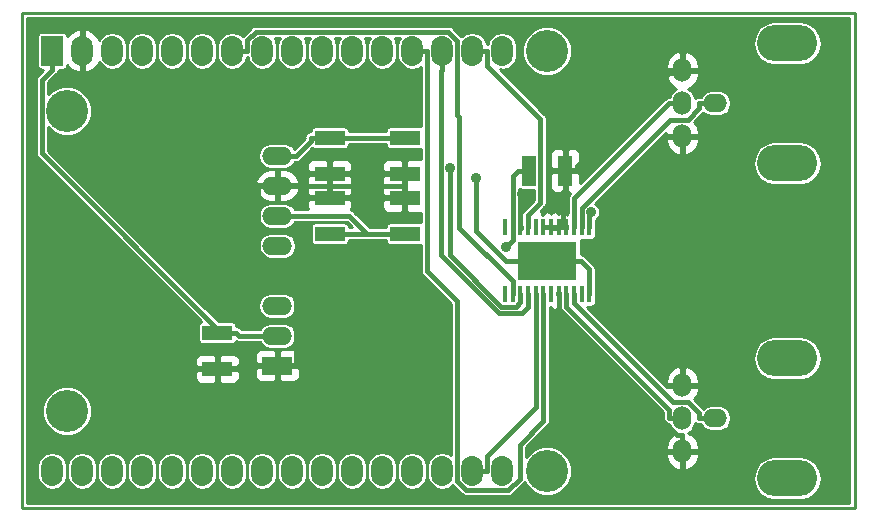
<source format=gbl>
G04 #@! TF.GenerationSoftware,KiCad,Pcbnew,6.0.0-rc1-unknown-d4e4359~66~ubuntu18.04.1*
G04 #@! TF.CreationDate,2018-09-17T12:26:01-04:00*
G04 #@! TF.ProjectId,dac_controller_3x2,6461635F636F6E74726F6C6C65725F33,1.0*
G04 #@! TF.SameCoordinates,Original*
G04 #@! TF.FileFunction,Copper,L2,Bot,Signal*
G04 #@! TF.FilePolarity,Positive*
%FSLAX46Y46*%
G04 Gerber Fmt 4.6, Leading zero omitted, Abs format (unit mm)*
G04 Created by KiCad (PCBNEW 6.0.0-rc1-unknown-d4e4359~66~ubuntu18.04.1) date Mon Sep 17 12:26:01 2018*
%MOMM*%
%LPD*%
G01*
G04 APERTURE LIST*
G04 #@! TA.AperFunction,NonConductor*
%ADD10C,0.228600*%
G04 #@! TD*
G04 #@! TA.AperFunction,ComponentPad*
%ADD11C,3.556000*%
G04 #@! TD*
G04 #@! TA.AperFunction,ComponentPad*
%ADD12O,1.854200X2.540000*%
G04 #@! TD*
G04 #@! TA.AperFunction,ComponentPad*
%ADD13R,1.854200X2.540000*%
G04 #@! TD*
G04 #@! TA.AperFunction,SMDPad,CuDef*
%ADD14R,2.540000X1.270000*%
G04 #@! TD*
G04 #@! TA.AperFunction,SMDPad,CuDef*
%ADD15R,1.270000X2.540000*%
G04 #@! TD*
G04 #@! TA.AperFunction,SMDPad,CuDef*
%ADD16R,0.355600X1.473200*%
G04 #@! TD*
G04 #@! TA.AperFunction,SMDPad,CuDef*
%ADD17R,5.029200X3.251200*%
G04 #@! TD*
G04 #@! TA.AperFunction,ComponentPad*
%ADD18O,5.080000X3.048000*%
G04 #@! TD*
G04 #@! TA.AperFunction,ComponentPad*
%ADD19O,2.032000X1.524000*%
G04 #@! TD*
G04 #@! TA.AperFunction,ComponentPad*
%ADD20O,1.524000X2.032000*%
G04 #@! TD*
G04 #@! TA.AperFunction,ComponentPad*
%ADD21O,2.540000X1.524000*%
G04 #@! TD*
G04 #@! TA.AperFunction,ComponentPad*
%ADD22R,2.540000X1.524000*%
G04 #@! TD*
G04 #@! TA.AperFunction,ViaPad*
%ADD23C,0.889000*%
G04 #@! TD*
G04 #@! TA.AperFunction,Conductor*
%ADD24C,0.406400*%
G04 #@! TD*
G04 #@! TA.AperFunction,Conductor*
%ADD25C,0.254000*%
G04 #@! TD*
G04 APERTURE END LIST*
D10*
X156210000Y-67945000D02*
X85725000Y-67945000D01*
X156210000Y-109855000D02*
X156210000Y-67945000D01*
X85725000Y-109855000D02*
X156210000Y-109855000D01*
X85725000Y-67945000D02*
X85725000Y-109855000D01*
D11*
G04 #@! TO.P,MDB1,*
G04 #@! TO.N,*
X130175000Y-71120000D03*
X130175000Y-106680000D03*
X89535000Y-101600000D03*
X89535000Y-76200000D03*
D12*
G04 #@! TO.P,MDB1,AREF*
G04 #@! TO.N,N/C*
X88265000Y-106680000D03*
G04 #@! TO.P,MDB1,VEE*
G04 #@! TO.N,VEE*
X90805000Y-106680000D03*
G04 #@! TO.P,MDB1,AGND*
G04 #@! TO.N,N/C*
X93345000Y-106680000D03*
G04 #@! TO.P,MDB1,3V3*
X95885000Y-106680000D03*
G04 #@! TO.P,MDB1,23*
X98425000Y-106680000D03*
G04 #@! TO.P,MDB1,22*
X100965000Y-106680000D03*
G04 #@! TO.P,MDB1,21*
X103505000Y-106680000D03*
G04 #@! TO.P,MDB1,20*
X106045000Y-106680000D03*
G04 #@! TO.P,MDB1,19*
X108585000Y-106680000D03*
G04 #@! TO.P,MDB1,18*
X111125000Y-106680000D03*
G04 #@! TO.P,MDB1,17*
X113665000Y-106680000D03*
G04 #@! TO.P,MDB1,16*
X116205000Y-106680000D03*
G04 #@! TO.P,MDB1,15*
X118745000Y-106680000D03*
G04 #@! TO.P,MDB1,14*
X121285000Y-106680000D03*
G04 #@! TO.P,MDB1,13*
G04 #@! TO.N,/SCK*
X123825000Y-106680000D03*
G04 #@! TO.P,MDB1,DAC*
G04 #@! TO.N,N/C*
X126365000Y-106680000D03*
G04 #@! TO.P,MDB1,28*
X126365000Y-71120000D03*
G04 #@! TO.P,MDB1,12*
G04 #@! TO.N,/MISO*
X123825000Y-71120000D03*
G04 #@! TO.P,MDB1,11*
G04 #@! TO.N,/MOSI*
X121285000Y-71120000D03*
G04 #@! TO.P,MDB1,10*
G04 #@! TO.N,/CS*
X118745000Y-71120000D03*
G04 #@! TO.P,MDB1,9*
G04 #@! TO.N,N/C*
X116205000Y-71120000D03*
G04 #@! TO.P,MDB1,29*
X113665000Y-71120000D03*
G04 #@! TO.P,MDB1,30*
X111125000Y-71120000D03*
G04 #@! TO.P,MDB1,6*
X108585000Y-71120000D03*
G04 #@! TO.P,MDB1,5*
X106045000Y-71120000D03*
G04 #@! TO.P,MDB1,4*
G04 #@! TO.N,/CLR*
X103505000Y-71120000D03*
G04 #@! TO.P,MDB1,3*
G04 #@! TO.N,/LDAC*
X100965000Y-71120000D03*
G04 #@! TO.P,MDB1,2*
G04 #@! TO.N,N/C*
X98425000Y-71120000D03*
G04 #@! TO.P,MDB1,25*
X95885000Y-71120000D03*
D13*
G04 #@! TO.P,MDB1,VDD*
G04 #@! TO.N,VDD*
X88265000Y-71120000D03*
D12*
G04 #@! TO.P,MDB1,24*
G04 #@! TO.N,N/C*
X93345000Y-71120000D03*
G04 #@! TO.P,MDB1,GND*
G04 #@! TO.N,GND*
X90805000Y-71120000D03*
G04 #@! TD*
D14*
G04 #@! TO.P,C1,1*
G04 #@! TO.N,VDD*
X102235000Y-94996000D03*
G04 #@! TO.P,C1,2*
G04 #@! TO.N,GND*
X102235000Y-98044000D03*
G04 #@! TD*
D15*
G04 #@! TO.P,C2,2*
G04 #@! TO.N,GND*
X131699000Y-81280000D03*
G04 #@! TO.P,C2,1*
G04 #@! TO.N,VEE*
X128651000Y-81280000D03*
G04 #@! TD*
D14*
G04 #@! TO.P,C3,1*
G04 #@! TO.N,VDDA*
X111760000Y-86614000D03*
G04 #@! TO.P,C3,2*
G04 #@! TO.N,GND*
X111760000Y-83566000D03*
G04 #@! TD*
G04 #@! TO.P,C4,2*
G04 #@! TO.N,GND*
X118110000Y-83566000D03*
G04 #@! TO.P,C4,1*
G04 #@! TO.N,VDDA*
X118110000Y-86614000D03*
G04 #@! TD*
G04 #@! TO.P,C5,1*
G04 #@! TO.N,VSSA*
X111760000Y-78486000D03*
G04 #@! TO.P,C5,2*
G04 #@! TO.N,GND*
X111760000Y-81534000D03*
G04 #@! TD*
G04 #@! TO.P,C6,2*
G04 #@! TO.N,GND*
X118110000Y-81534000D03*
G04 #@! TO.P,C6,1*
G04 #@! TO.N,VSSA*
X118110000Y-78486000D03*
G04 #@! TD*
D16*
G04 #@! TO.P,D1,1*
G04 #@! TO.N,VSSA*
X133749999Y-91719400D03*
G04 #@! TO.P,D1,2*
G04 #@! TO.N,N/C*
X133100000Y-91719400D03*
G04 #@! TO.P,D1,3*
G04 #@! TO.N,/dac_3x2/DAC_0*
X132450002Y-91719400D03*
G04 #@! TO.P,D1,4*
G04 #@! TO.N,/dac_3x2/DAC_1*
X131800001Y-91719400D03*
G04 #@! TO.P,D1,5*
G04 #@! TO.N,GND*
X131150002Y-91719400D03*
G04 #@! TO.P,D1,6*
G04 #@! TO.N,N/C*
X130500001Y-91719400D03*
G04 #@! TO.P,D1,7*
G04 #@! TO.N,/CS*
X129850002Y-91719400D03*
G04 #@! TO.P,D1,8*
G04 #@! TO.N,/SCK*
X129200001Y-91719400D03*
G04 #@! TO.P,D1,9*
G04 #@! TO.N,/MOSI*
X128550002Y-91719400D03*
G04 #@! TO.P,D1,10*
G04 #@! TO.N,/LDAC*
X127900001Y-91719400D03*
G04 #@! TO.P,D1,11*
G04 #@! TO.N,/CLR*
X127250002Y-91719400D03*
G04 #@! TO.P,D1,12*
G04 #@! TO.N,N/C*
X126600001Y-91719400D03*
G04 #@! TO.P,D1,13*
X126600001Y-86080600D03*
G04 #@! TO.P,D1,14*
G04 #@! TO.N,VEE*
X127250000Y-86080600D03*
G04 #@! TO.P,D1,15*
G04 #@! TO.N,GND*
X127900001Y-86080600D03*
G04 #@! TO.P,D1,16*
G04 #@! TO.N,/MISO*
X128549999Y-86080600D03*
G04 #@! TO.P,D1,17*
G04 #@! TO.N,N/C*
X129200001Y-86080600D03*
G04 #@! TO.P,D1,18*
G04 #@! TO.N,GND*
X129849999Y-86080600D03*
G04 #@! TO.P,D1,19*
X130499998Y-86080600D03*
G04 #@! TO.P,D1,20*
X131149999Y-86080600D03*
G04 #@! TO.P,D1,21*
X131799998Y-86080600D03*
G04 #@! TO.P,D1,22*
G04 #@! TO.N,/dac_3x2/DAC_3*
X132449999Y-86080600D03*
G04 #@! TO.P,D1,23*
G04 #@! TO.N,/dac_3x2/DAC_2*
X133099998Y-86080600D03*
G04 #@! TO.P,D1,24*
G04 #@! TO.N,VDDA*
X133749999Y-86080600D03*
D17*
G04 #@! TO.P,D1,25*
G04 #@! TO.N,VSSA*
X130175000Y-88900000D03*
G04 #@! TD*
D18*
G04 #@! TO.P,P1,*
G04 #@! TO.N,*
X150495000Y-97155000D03*
X150495000Y-107315000D03*
D19*
G04 #@! TO.P,P1,1*
G04 #@! TO.N,/dac_3x2/DAC_0*
X144399000Y-102235000D03*
D20*
G04 #@! TO.P,P1,3*
G04 #@! TO.N,/dac_3x2/DAC_1*
X141605000Y-102235000D03*
G04 #@! TO.P,P1,2*
G04 #@! TO.N,GND*
X141605000Y-105029000D03*
G04 #@! TO.P,P1,4*
X141605000Y-99441000D03*
G04 #@! TD*
G04 #@! TO.P,P2,4*
G04 #@! TO.N,GND*
X141605000Y-72771000D03*
G04 #@! TO.P,P2,2*
X141605000Y-78359000D03*
G04 #@! TO.P,P2,3*
G04 #@! TO.N,/dac_3x2/DAC_3*
X141605000Y-75565000D03*
D19*
G04 #@! TO.P,P2,1*
G04 #@! TO.N,/dac_3x2/DAC_2*
X144399000Y-75565000D03*
D18*
G04 #@! TO.P,P2,*
G04 #@! TO.N,*
X150495000Y-80645000D03*
X150495000Y-70485000D03*
G04 #@! TD*
D21*
G04 #@! TO.P,REG1,2*
G04 #@! TO.N,VDD*
X107315000Y-95250000D03*
G04 #@! TO.P,REG1,3*
G04 #@! TO.N,N/C*
X107315000Y-92710000D03*
D22*
G04 #@! TO.P,REG1,1*
G04 #@! TO.N,GND*
X107315000Y-97790000D03*
D21*
G04 #@! TO.P,REG1,5*
G04 #@! TO.N,N/C*
X107315000Y-87630000D03*
G04 #@! TO.P,REG1,6*
G04 #@! TO.N,VDDA*
X107315000Y-85090000D03*
G04 #@! TO.P,REG1,7*
G04 #@! TO.N,GND*
X107315000Y-82550000D03*
G04 #@! TO.P,REG1,8*
G04 #@! TO.N,VSSA*
X107315000Y-80010000D03*
G04 #@! TD*
D23*
G04 #@! TO.N,GND*
X128048100Y-83247000D03*
G04 #@! TO.N,VEE*
X126650500Y-87731300D03*
G04 #@! TO.N,VDDA*
X133882700Y-84763500D03*
G04 #@! TO.N,VSSA*
X124168600Y-81866700D03*
G04 #@! TO.N,/LDAC*
X121920000Y-81070700D03*
G04 #@! TD*
D24*
G04 #@! TO.N,VDD*
X88265000Y-71120000D02*
X88265000Y-72720200D01*
X102589600Y-94996000D02*
X87404600Y-79811000D01*
X87404600Y-79811000D02*
X87404600Y-73580600D01*
X87404600Y-73580600D02*
X88265000Y-72720200D01*
X102803200Y-94996000D02*
X103835200Y-94996000D01*
X102235000Y-94996000D02*
X102589600Y-94996000D01*
X102803200Y-94996000D02*
X102589600Y-94996000D01*
X107315000Y-95250000D02*
X104089200Y-95250000D01*
X104089200Y-95250000D02*
X103835200Y-94996000D01*
G04 #@! TO.N,GND*
X141605000Y-104775000D02*
X141605000Y-103682800D01*
X141605000Y-103682800D02*
X141195400Y-103682800D01*
X141195400Y-103682800D02*
X131150000Y-93637400D01*
X131150000Y-93637400D02*
X131150000Y-91719400D01*
X105714800Y-82550000D02*
X100634800Y-82550000D01*
X100634800Y-82550000D02*
X90805000Y-72720200D01*
X105714800Y-82550000D02*
X105714800Y-88055400D01*
X105714800Y-88055400D02*
X108915100Y-91255700D01*
X108915100Y-91255700D02*
X108915100Y-97790000D01*
X90805000Y-71120000D02*
X90805000Y-72720200D01*
X107315000Y-97790000D02*
X108915100Y-97790000D01*
X107315000Y-82550000D02*
X105714800Y-82550000D01*
X111760000Y-82550000D02*
X107315000Y-82550000D01*
X102235000Y-98044000D02*
X103835200Y-98044000D01*
X107315000Y-97790000D02*
X104089200Y-97790000D01*
X104089200Y-97790000D02*
X103835200Y-98044000D01*
X127900000Y-86080600D02*
X127900000Y-83395100D01*
X127900000Y-83395100D02*
X128048100Y-83247000D01*
X131699000Y-81280000D02*
X132664200Y-81280000D01*
X141605000Y-73025000D02*
X140512800Y-73025000D01*
X140512800Y-73025000D02*
X132664200Y-80873600D01*
X132664200Y-80873600D02*
X132664200Y-81280000D01*
X111760000Y-82550000D02*
X118110000Y-82550000D01*
X131699000Y-81280000D02*
X131699000Y-82880200D01*
X131475000Y-86080600D02*
X131475000Y-83104200D01*
X131475000Y-83104200D02*
X131699000Y-82880200D01*
X131475000Y-86080600D02*
X131800000Y-86080600D01*
X131150000Y-86080600D02*
X131475000Y-86080600D01*
X130500000Y-86080600D02*
X131150000Y-86080600D01*
X129850000Y-86080600D02*
X130500000Y-86080600D01*
X118110000Y-82550000D02*
X118110000Y-83566000D01*
X111760000Y-81534000D02*
X111760000Y-82550000D01*
X111760000Y-82550000D02*
X111760000Y-83566000D01*
X118110000Y-81534000D02*
X118110000Y-82550000D01*
G04 #@! TO.N,VEE*
X127250000Y-86080600D02*
X127250000Y-87147400D01*
X127250000Y-87147400D02*
X127234400Y-87147400D01*
X127234400Y-87147400D02*
X126650500Y-87731300D01*
X127685800Y-81280000D02*
X127250000Y-81715800D01*
X127250000Y-81715800D02*
X127250000Y-86080600D01*
X128651000Y-81280000D02*
X127685800Y-81280000D01*
G04 #@! TO.N,VDDA*
X114935000Y-86614000D02*
X113411000Y-85090000D01*
X113411000Y-85090000D02*
X107315000Y-85090000D01*
X114935000Y-86614000D02*
X118110000Y-86614000D01*
X111760000Y-86614000D02*
X114935000Y-86614000D01*
X133750000Y-85013800D02*
X133882700Y-84881100D01*
X133882700Y-84881100D02*
X133882700Y-84763500D01*
X133750000Y-86080600D02*
X133750000Y-85013800D01*
G04 #@! TO.N,VSSA*
X124168600Y-81866700D02*
X124168600Y-86343100D01*
X124168600Y-86343100D02*
X126725500Y-88900000D01*
X126725500Y-88900000D02*
X130175000Y-88900000D01*
X130175000Y-88900000D02*
X133019800Y-88900000D01*
X133019800Y-88900000D02*
X133750000Y-89630200D01*
X133750000Y-89630200D02*
X133750000Y-91719400D01*
X111760000Y-78486000D02*
X118110000Y-78486000D01*
X111760000Y-78486000D02*
X110159800Y-78486000D01*
X107315000Y-80010000D02*
X108915200Y-80010000D01*
X110159800Y-78486000D02*
X110159800Y-78765400D01*
X110159800Y-78765400D02*
X108915200Y-80010000D01*
G04 #@! TO.N,/dac_3x2/DAC_0*
X144145000Y-102235000D02*
X143052800Y-102235000D01*
X143052800Y-102235000D02*
X143052800Y-101825400D01*
X143052800Y-101825400D02*
X142065400Y-100838000D01*
X142065400Y-100838000D02*
X140820200Y-100838000D01*
X140820200Y-100838000D02*
X132450000Y-92467800D01*
X132450000Y-92467800D02*
X132450000Y-91719400D01*
G04 #@! TO.N,/dac_3x2/DAC_1*
X141605000Y-102235000D02*
X140512800Y-102235000D01*
X131800000Y-91719400D02*
X131800000Y-92786200D01*
X131800000Y-92786200D02*
X140512800Y-101499000D01*
X140512800Y-101499000D02*
X140512800Y-102235000D01*
G04 #@! TO.N,/CS*
X118745000Y-71120000D02*
X120002300Y-71120000D01*
X129850000Y-91719400D02*
X129850000Y-102462200D01*
X129850000Y-102462200D02*
X127844600Y-104467600D01*
X127844600Y-104467600D02*
X127844600Y-107341100D01*
X127844600Y-107341100D02*
X126894600Y-108291100D01*
X126894600Y-108291100D02*
X123317000Y-108291100D01*
X123317000Y-108291100D02*
X122555000Y-107529100D01*
X122555000Y-107529100D02*
X122555000Y-92325600D01*
X122555000Y-92325600D02*
X120002300Y-89772900D01*
X120002300Y-89772900D02*
X120002300Y-71120000D01*
G04 #@! TO.N,/SCK*
X123825000Y-106680000D02*
X125082300Y-106680000D01*
X129200000Y-91719400D02*
X129200000Y-101305000D01*
X129200000Y-101305000D02*
X125082300Y-105422700D01*
X125082300Y-105422700D02*
X125082300Y-106680000D01*
G04 #@! TO.N,/MOSI*
X121285000Y-72720200D02*
X121170400Y-72834800D01*
X121170400Y-72834800D02*
X121170400Y-88399800D01*
X121170400Y-88399800D02*
X126065100Y-93294500D01*
X126065100Y-93294500D02*
X128041700Y-93294500D01*
X128041700Y-93294500D02*
X128550000Y-92786200D01*
X121285000Y-71120000D02*
X121285000Y-72720200D01*
X128550000Y-91719400D02*
X128550000Y-92786200D01*
G04 #@! TO.N,/LDAC*
X127900000Y-91719400D02*
X127900000Y-92419500D01*
X127900000Y-92419500D02*
X127533300Y-92786200D01*
X127533300Y-92786200D02*
X126275700Y-92786200D01*
X126275700Y-92786200D02*
X121920000Y-88430500D01*
X121920000Y-88430500D02*
X121920000Y-81070700D01*
G04 #@! TO.N,/CLR*
X103505000Y-71120000D02*
X104762300Y-71120000D01*
X127250000Y-91719400D02*
X127250000Y-90652600D01*
X127250000Y-90652600D02*
X122739100Y-86141700D01*
X122739100Y-86141700D02*
X122739100Y-76728900D01*
X122739100Y-76728900D02*
X122555000Y-76544800D01*
X122555000Y-76544800D02*
X122555000Y-70289100D01*
X122555000Y-70289100D02*
X121803600Y-69537700D01*
X121803600Y-69537700D02*
X105480700Y-69537700D01*
X105480700Y-69537700D02*
X104762300Y-70256100D01*
X104762300Y-70256100D02*
X104762300Y-71120000D01*
G04 #@! TO.N,/MISO*
X123825000Y-71120000D02*
X125082300Y-71120000D01*
X128550000Y-86080600D02*
X128550000Y-85013800D01*
X128550000Y-85013800D02*
X129591200Y-83972600D01*
X129591200Y-83972600D02*
X129591200Y-76886200D01*
X129591200Y-76886200D02*
X125082300Y-72377300D01*
X125082300Y-72377300D02*
X125082300Y-71120000D01*
G04 #@! TO.N,/dac_3x2/DAC_3*
X141605000Y-75565000D02*
X140512800Y-75565000D01*
X140512800Y-75565000D02*
X132450000Y-83627800D01*
X132450000Y-83627800D02*
X132450000Y-86080600D01*
G04 #@! TO.N,/dac_3x2/DAC_2*
X143052800Y-75565000D02*
X143052800Y-75974600D01*
X143052800Y-75974600D02*
X142065400Y-76962000D01*
X142065400Y-76962000D02*
X140587200Y-76962000D01*
X140587200Y-76962000D02*
X133100000Y-84449200D01*
X133100000Y-84449200D02*
X133100000Y-85013800D01*
X133100000Y-86080600D02*
X133100000Y-85013800D01*
X144145000Y-75565000D02*
X143052800Y-75565000D01*
G04 #@! TD*
D25*
G04 #@! TO.N,GND*
G36*
X155765500Y-109410500D02*
X86169500Y-109410500D01*
X86169500Y-106213272D01*
X87007700Y-106213272D01*
X87007700Y-107146729D01*
X87080650Y-107513474D01*
X87358539Y-107929362D01*
X87774427Y-108207250D01*
X88265000Y-108304831D01*
X88755574Y-108207250D01*
X89171462Y-107929362D01*
X89449350Y-107513474D01*
X89522300Y-107146728D01*
X89522300Y-106213272D01*
X89547700Y-106213272D01*
X89547700Y-107146729D01*
X89620650Y-107513474D01*
X89898539Y-107929362D01*
X90314427Y-108207250D01*
X90805000Y-108304831D01*
X91295574Y-108207250D01*
X91711462Y-107929362D01*
X91989350Y-107513474D01*
X92062300Y-107146728D01*
X92062300Y-106213272D01*
X92087700Y-106213272D01*
X92087700Y-107146729D01*
X92160650Y-107513474D01*
X92438539Y-107929362D01*
X92854427Y-108207250D01*
X93345000Y-108304831D01*
X93835574Y-108207250D01*
X94251462Y-107929362D01*
X94529350Y-107513474D01*
X94602300Y-107146728D01*
X94602300Y-106213272D01*
X94627700Y-106213272D01*
X94627700Y-107146729D01*
X94700650Y-107513474D01*
X94978539Y-107929362D01*
X95394427Y-108207250D01*
X95885000Y-108304831D01*
X96375574Y-108207250D01*
X96791462Y-107929362D01*
X97069350Y-107513474D01*
X97142300Y-107146728D01*
X97142300Y-106213272D01*
X97167700Y-106213272D01*
X97167700Y-107146729D01*
X97240650Y-107513474D01*
X97518539Y-107929362D01*
X97934427Y-108207250D01*
X98425000Y-108304831D01*
X98915574Y-108207250D01*
X99331462Y-107929362D01*
X99609350Y-107513474D01*
X99682300Y-107146728D01*
X99682300Y-106213272D01*
X99707700Y-106213272D01*
X99707700Y-107146729D01*
X99780650Y-107513474D01*
X100058539Y-107929362D01*
X100474427Y-108207250D01*
X100965000Y-108304831D01*
X101455574Y-108207250D01*
X101871462Y-107929362D01*
X102149350Y-107513474D01*
X102222300Y-107146728D01*
X102222300Y-106213272D01*
X102247700Y-106213272D01*
X102247700Y-107146729D01*
X102320650Y-107513474D01*
X102598539Y-107929362D01*
X103014427Y-108207250D01*
X103505000Y-108304831D01*
X103995574Y-108207250D01*
X104411462Y-107929362D01*
X104689350Y-107513474D01*
X104762300Y-107146728D01*
X104762300Y-106213272D01*
X104787700Y-106213272D01*
X104787700Y-107146729D01*
X104860650Y-107513474D01*
X105138539Y-107929362D01*
X105554427Y-108207250D01*
X106045000Y-108304831D01*
X106535574Y-108207250D01*
X106951462Y-107929362D01*
X107229350Y-107513474D01*
X107302300Y-107146728D01*
X107302300Y-106213272D01*
X107327700Y-106213272D01*
X107327700Y-107146729D01*
X107400650Y-107513474D01*
X107678539Y-107929362D01*
X108094427Y-108207250D01*
X108585000Y-108304831D01*
X109075574Y-108207250D01*
X109491462Y-107929362D01*
X109769350Y-107513474D01*
X109842300Y-107146728D01*
X109842300Y-106213272D01*
X109867700Y-106213272D01*
X109867700Y-107146729D01*
X109940650Y-107513474D01*
X110218539Y-107929362D01*
X110634427Y-108207250D01*
X111125000Y-108304831D01*
X111615574Y-108207250D01*
X112031462Y-107929362D01*
X112309350Y-107513474D01*
X112382300Y-107146728D01*
X112382300Y-106213272D01*
X112407700Y-106213272D01*
X112407700Y-107146729D01*
X112480650Y-107513474D01*
X112758539Y-107929362D01*
X113174427Y-108207250D01*
X113665000Y-108304831D01*
X114155574Y-108207250D01*
X114571462Y-107929362D01*
X114849350Y-107513474D01*
X114922300Y-107146728D01*
X114922300Y-106213272D01*
X114947700Y-106213272D01*
X114947700Y-107146729D01*
X115020650Y-107513474D01*
X115298539Y-107929362D01*
X115714427Y-108207250D01*
X116205000Y-108304831D01*
X116695574Y-108207250D01*
X117111462Y-107929362D01*
X117389350Y-107513474D01*
X117462300Y-107146728D01*
X117462300Y-106213272D01*
X117487700Y-106213272D01*
X117487700Y-107146729D01*
X117560650Y-107513474D01*
X117838539Y-107929362D01*
X118254427Y-108207250D01*
X118745000Y-108304831D01*
X119235574Y-108207250D01*
X119651462Y-107929362D01*
X119929350Y-107513474D01*
X120002300Y-107146728D01*
X120002300Y-106213271D01*
X119929350Y-105846526D01*
X119651462Y-105430638D01*
X119235573Y-105152750D01*
X118745000Y-105055169D01*
X118254426Y-105152750D01*
X117838538Y-105430638D01*
X117560650Y-105846527D01*
X117487700Y-106213272D01*
X117462300Y-106213272D01*
X117462300Y-106213271D01*
X117389350Y-105846526D01*
X117111462Y-105430638D01*
X116695573Y-105152750D01*
X116205000Y-105055169D01*
X115714426Y-105152750D01*
X115298538Y-105430638D01*
X115020650Y-105846527D01*
X114947700Y-106213272D01*
X114922300Y-106213272D01*
X114922300Y-106213271D01*
X114849350Y-105846526D01*
X114571462Y-105430638D01*
X114155573Y-105152750D01*
X113665000Y-105055169D01*
X113174426Y-105152750D01*
X112758538Y-105430638D01*
X112480650Y-105846527D01*
X112407700Y-106213272D01*
X112382300Y-106213272D01*
X112382300Y-106213271D01*
X112309350Y-105846526D01*
X112031462Y-105430638D01*
X111615573Y-105152750D01*
X111125000Y-105055169D01*
X110634426Y-105152750D01*
X110218538Y-105430638D01*
X109940650Y-105846527D01*
X109867700Y-106213272D01*
X109842300Y-106213272D01*
X109842300Y-106213271D01*
X109769350Y-105846526D01*
X109491462Y-105430638D01*
X109075573Y-105152750D01*
X108585000Y-105055169D01*
X108094426Y-105152750D01*
X107678538Y-105430638D01*
X107400650Y-105846527D01*
X107327700Y-106213272D01*
X107302300Y-106213272D01*
X107302300Y-106213271D01*
X107229350Y-105846526D01*
X106951462Y-105430638D01*
X106535573Y-105152750D01*
X106045000Y-105055169D01*
X105554426Y-105152750D01*
X105138538Y-105430638D01*
X104860650Y-105846527D01*
X104787700Y-106213272D01*
X104762300Y-106213272D01*
X104762300Y-106213271D01*
X104689350Y-105846526D01*
X104411462Y-105430638D01*
X103995573Y-105152750D01*
X103505000Y-105055169D01*
X103014426Y-105152750D01*
X102598538Y-105430638D01*
X102320650Y-105846527D01*
X102247700Y-106213272D01*
X102222300Y-106213272D01*
X102222300Y-106213271D01*
X102149350Y-105846526D01*
X101871462Y-105430638D01*
X101455573Y-105152750D01*
X100965000Y-105055169D01*
X100474426Y-105152750D01*
X100058538Y-105430638D01*
X99780650Y-105846527D01*
X99707700Y-106213272D01*
X99682300Y-106213272D01*
X99682300Y-106213271D01*
X99609350Y-105846526D01*
X99331462Y-105430638D01*
X98915573Y-105152750D01*
X98425000Y-105055169D01*
X97934426Y-105152750D01*
X97518538Y-105430638D01*
X97240650Y-105846527D01*
X97167700Y-106213272D01*
X97142300Y-106213272D01*
X97142300Y-106213271D01*
X97069350Y-105846526D01*
X96791462Y-105430638D01*
X96375573Y-105152750D01*
X95885000Y-105055169D01*
X95394426Y-105152750D01*
X94978538Y-105430638D01*
X94700650Y-105846527D01*
X94627700Y-106213272D01*
X94602300Y-106213272D01*
X94602300Y-106213271D01*
X94529350Y-105846526D01*
X94251462Y-105430638D01*
X93835573Y-105152750D01*
X93345000Y-105055169D01*
X92854426Y-105152750D01*
X92438538Y-105430638D01*
X92160650Y-105846527D01*
X92087700Y-106213272D01*
X92062300Y-106213272D01*
X92062300Y-106213271D01*
X91989350Y-105846526D01*
X91711462Y-105430638D01*
X91295573Y-105152750D01*
X90805000Y-105055169D01*
X90314426Y-105152750D01*
X89898538Y-105430638D01*
X89620650Y-105846527D01*
X89547700Y-106213272D01*
X89522300Y-106213272D01*
X89522300Y-106213271D01*
X89449350Y-105846526D01*
X89171462Y-105430638D01*
X88755573Y-105152750D01*
X88265000Y-105055169D01*
X87774426Y-105152750D01*
X87358538Y-105430638D01*
X87080650Y-105846527D01*
X87007700Y-106213272D01*
X86169500Y-106213272D01*
X86169500Y-101180653D01*
X87426800Y-101180653D01*
X87426800Y-102019347D01*
X87747754Y-102794199D01*
X88340801Y-103387246D01*
X89115653Y-103708200D01*
X89954347Y-103708200D01*
X90729199Y-103387246D01*
X91322246Y-102794199D01*
X91643200Y-102019347D01*
X91643200Y-101180653D01*
X91322246Y-100405801D01*
X90729199Y-99812754D01*
X89954347Y-99491800D01*
X89115653Y-99491800D01*
X88340801Y-99812754D01*
X87747754Y-100405801D01*
X87426800Y-101180653D01*
X86169500Y-101180653D01*
X86169500Y-98329750D01*
X100330000Y-98329750D01*
X100330000Y-98805309D01*
X100426673Y-99038698D01*
X100605301Y-99217327D01*
X100838690Y-99314000D01*
X101949250Y-99314000D01*
X102108000Y-99155250D01*
X102108000Y-98171000D01*
X102362000Y-98171000D01*
X102362000Y-99155250D01*
X102520750Y-99314000D01*
X103631310Y-99314000D01*
X103864699Y-99217327D01*
X104043327Y-99038698D01*
X104140000Y-98805309D01*
X104140000Y-98329750D01*
X103981250Y-98171000D01*
X102362000Y-98171000D01*
X102108000Y-98171000D01*
X100488750Y-98171000D01*
X100330000Y-98329750D01*
X86169500Y-98329750D01*
X86169500Y-98075750D01*
X105410000Y-98075750D01*
X105410000Y-98678309D01*
X105506673Y-98911698D01*
X105685301Y-99090327D01*
X105918690Y-99187000D01*
X107029250Y-99187000D01*
X107188000Y-99028250D01*
X107188000Y-97917000D01*
X107442000Y-97917000D01*
X107442000Y-99028250D01*
X107600750Y-99187000D01*
X108711310Y-99187000D01*
X108944699Y-99090327D01*
X109123327Y-98911698D01*
X109220000Y-98678309D01*
X109220000Y-98075750D01*
X109061250Y-97917000D01*
X107442000Y-97917000D01*
X107188000Y-97917000D01*
X105568750Y-97917000D01*
X105410000Y-98075750D01*
X86169500Y-98075750D01*
X86169500Y-97282691D01*
X100330000Y-97282691D01*
X100330000Y-97758250D01*
X100488750Y-97917000D01*
X102108000Y-97917000D01*
X102108000Y-96932750D01*
X102362000Y-96932750D01*
X102362000Y-97917000D01*
X103981250Y-97917000D01*
X104140000Y-97758250D01*
X104140000Y-97282691D01*
X104043327Y-97049302D01*
X103895717Y-96901691D01*
X105410000Y-96901691D01*
X105410000Y-97504250D01*
X105568750Y-97663000D01*
X107188000Y-97663000D01*
X107188000Y-96551750D01*
X107442000Y-96551750D01*
X107442000Y-97663000D01*
X109061250Y-97663000D01*
X109220000Y-97504250D01*
X109220000Y-96901691D01*
X109123327Y-96668302D01*
X108944699Y-96489673D01*
X108711310Y-96393000D01*
X107600750Y-96393000D01*
X107442000Y-96551750D01*
X107188000Y-96551750D01*
X107029250Y-96393000D01*
X105918690Y-96393000D01*
X105685301Y-96489673D01*
X105506673Y-96668302D01*
X105410000Y-96901691D01*
X103895717Y-96901691D01*
X103864699Y-96870673D01*
X103631310Y-96774000D01*
X102520750Y-96774000D01*
X102362000Y-96932750D01*
X102108000Y-96932750D01*
X101949250Y-96774000D01*
X100838690Y-96774000D01*
X100605301Y-96870673D01*
X100426673Y-97049302D01*
X100330000Y-97282691D01*
X86169500Y-97282691D01*
X86169500Y-73580600D01*
X86860752Y-73580600D01*
X86871201Y-73633131D01*
X86871200Y-79758474D01*
X86860752Y-79811000D01*
X86871200Y-79863526D01*
X86871200Y-79863530D01*
X86902149Y-80019121D01*
X87020041Y-80195559D01*
X87064577Y-80225317D01*
X100880415Y-94041156D01*
X100836162Y-94049958D01*
X100726939Y-94122939D01*
X100653958Y-94232162D01*
X100628331Y-94361000D01*
X100628331Y-95631000D01*
X100653958Y-95759838D01*
X100726939Y-95869061D01*
X100836162Y-95942042D01*
X100965000Y-95967669D01*
X103505000Y-95967669D01*
X103633838Y-95942042D01*
X103743061Y-95869061D01*
X103816042Y-95759838D01*
X103824969Y-95714960D01*
X103881078Y-95752451D01*
X104036669Y-95783400D01*
X104036673Y-95783400D01*
X104089199Y-95793848D01*
X104141725Y-95783400D01*
X105849830Y-95783400D01*
X106019568Y-96037432D01*
X106380845Y-96278829D01*
X106699431Y-96342200D01*
X107930569Y-96342200D01*
X108249155Y-96278829D01*
X108610432Y-96037432D01*
X108851829Y-95676155D01*
X108936597Y-95250000D01*
X108851829Y-94823845D01*
X108610432Y-94462568D01*
X108249155Y-94221171D01*
X107930569Y-94157800D01*
X106699431Y-94157800D01*
X106380845Y-94221171D01*
X106019568Y-94462568D01*
X105849830Y-94716600D01*
X104310140Y-94716600D01*
X104249517Y-94655977D01*
X104219759Y-94611441D01*
X104043322Y-94493549D01*
X103887731Y-94462600D01*
X103887726Y-94462600D01*
X103841669Y-94453439D01*
X103841669Y-94361000D01*
X103816042Y-94232162D01*
X103743061Y-94122939D01*
X103633838Y-94049958D01*
X103505000Y-94024331D01*
X102372272Y-94024331D01*
X101057941Y-92710000D01*
X105693403Y-92710000D01*
X105778171Y-93136155D01*
X106019568Y-93497432D01*
X106380845Y-93738829D01*
X106699431Y-93802200D01*
X107930569Y-93802200D01*
X108249155Y-93738829D01*
X108610432Y-93497432D01*
X108851829Y-93136155D01*
X108936597Y-92710000D01*
X108851829Y-92283845D01*
X108610432Y-91922568D01*
X108249155Y-91681171D01*
X107930569Y-91617800D01*
X106699431Y-91617800D01*
X106380845Y-91681171D01*
X106019568Y-91922568D01*
X105778171Y-92283845D01*
X105693403Y-92710000D01*
X101057941Y-92710000D01*
X95977941Y-87630000D01*
X105693403Y-87630000D01*
X105778171Y-88056155D01*
X106019568Y-88417432D01*
X106380845Y-88658829D01*
X106699431Y-88722200D01*
X107930569Y-88722200D01*
X108249155Y-88658829D01*
X108610432Y-88417432D01*
X108851829Y-88056155D01*
X108936597Y-87630000D01*
X108851829Y-87203845D01*
X108610432Y-86842568D01*
X108249155Y-86601171D01*
X107930569Y-86537800D01*
X106699431Y-86537800D01*
X106380845Y-86601171D01*
X106019568Y-86842568D01*
X105778171Y-87203845D01*
X105693403Y-87630000D01*
X95977941Y-87630000D01*
X91241011Y-82893070D01*
X105452780Y-82893070D01*
X105467740Y-82967277D01*
X105729370Y-83448026D01*
X106155059Y-83792059D01*
X106680000Y-83947000D01*
X107188000Y-83947000D01*
X107188000Y-82677000D01*
X107442000Y-82677000D01*
X107442000Y-83947000D01*
X107950000Y-83947000D01*
X108474941Y-83792059D01*
X108900630Y-83448026D01*
X109162260Y-82967277D01*
X109177220Y-82893070D01*
X109054720Y-82677000D01*
X107442000Y-82677000D01*
X107188000Y-82677000D01*
X105575280Y-82677000D01*
X105452780Y-82893070D01*
X91241011Y-82893070D01*
X90554871Y-82206930D01*
X105452780Y-82206930D01*
X105575280Y-82423000D01*
X107188000Y-82423000D01*
X107188000Y-81153000D01*
X107442000Y-81153000D01*
X107442000Y-82423000D01*
X109054720Y-82423000D01*
X109177220Y-82206930D01*
X109162260Y-82132723D01*
X108991936Y-81819750D01*
X109855000Y-81819750D01*
X109855000Y-82295309D01*
X109951673Y-82528698D01*
X109972975Y-82550000D01*
X109951673Y-82571302D01*
X109855000Y-82804691D01*
X109855000Y-83280250D01*
X110013750Y-83439000D01*
X111633000Y-83439000D01*
X111633000Y-81661000D01*
X111887000Y-81661000D01*
X111887000Y-83439000D01*
X113506250Y-83439000D01*
X113665000Y-83280250D01*
X113665000Y-82804691D01*
X113568327Y-82571302D01*
X113547025Y-82550000D01*
X113568327Y-82528698D01*
X113665000Y-82295309D01*
X113665000Y-81819750D01*
X116205000Y-81819750D01*
X116205000Y-82295309D01*
X116301673Y-82528698D01*
X116322975Y-82550000D01*
X116301673Y-82571302D01*
X116205000Y-82804691D01*
X116205000Y-83280250D01*
X116363750Y-83439000D01*
X117983000Y-83439000D01*
X117983000Y-81661000D01*
X116363750Y-81661000D01*
X116205000Y-81819750D01*
X113665000Y-81819750D01*
X113506250Y-81661000D01*
X111887000Y-81661000D01*
X111633000Y-81661000D01*
X110013750Y-81661000D01*
X109855000Y-81819750D01*
X108991936Y-81819750D01*
X108900630Y-81651974D01*
X108474941Y-81307941D01*
X107950000Y-81153000D01*
X107442000Y-81153000D01*
X107188000Y-81153000D01*
X106680000Y-81153000D01*
X106155059Y-81307941D01*
X105729370Y-81651974D01*
X105467740Y-82132723D01*
X105452780Y-82206930D01*
X90554871Y-82206930D01*
X87938000Y-79590060D01*
X87938000Y-77584445D01*
X88340801Y-77987246D01*
X89115653Y-78308200D01*
X89954347Y-78308200D01*
X90729199Y-77987246D01*
X91322246Y-77394199D01*
X91643200Y-76619347D01*
X91643200Y-75780653D01*
X91322246Y-75005801D01*
X90729199Y-74412754D01*
X89954347Y-74091800D01*
X89115653Y-74091800D01*
X88340801Y-74412754D01*
X87938000Y-74815555D01*
X87938000Y-73801540D01*
X88605025Y-73134516D01*
X88649559Y-73104759D01*
X88767451Y-72928322D01*
X88798400Y-72772731D01*
X88798400Y-72772727D01*
X88807561Y-72726669D01*
X89192100Y-72726669D01*
X89320938Y-72701042D01*
X89430161Y-72628061D01*
X89503142Y-72518838D01*
X89528769Y-72390000D01*
X89528769Y-72327366D01*
X89790231Y-72657273D01*
X90324542Y-72954692D01*
X90436006Y-72980793D01*
X90678000Y-72860492D01*
X90678000Y-71247000D01*
X90658000Y-71247000D01*
X90658000Y-70993000D01*
X90678000Y-70993000D01*
X90678000Y-69379508D01*
X90932000Y-69379508D01*
X90932000Y-70993000D01*
X90952000Y-70993000D01*
X90952000Y-71247000D01*
X90932000Y-71247000D01*
X90932000Y-72860492D01*
X91173994Y-72980793D01*
X91285458Y-72954692D01*
X91819769Y-72657273D01*
X92199591Y-72178022D01*
X92232794Y-72061445D01*
X92438539Y-72369362D01*
X92854427Y-72647250D01*
X93345000Y-72744831D01*
X93835574Y-72647250D01*
X94251462Y-72369362D01*
X94529350Y-71953474D01*
X94602300Y-71586728D01*
X94602300Y-70653272D01*
X94627700Y-70653272D01*
X94627700Y-71586729D01*
X94700650Y-71953474D01*
X94978539Y-72369362D01*
X95394427Y-72647250D01*
X95885000Y-72744831D01*
X96375574Y-72647250D01*
X96791462Y-72369362D01*
X97069350Y-71953474D01*
X97142300Y-71586728D01*
X97142300Y-70653272D01*
X97167700Y-70653272D01*
X97167700Y-71586729D01*
X97240650Y-71953474D01*
X97518539Y-72369362D01*
X97934427Y-72647250D01*
X98425000Y-72744831D01*
X98915574Y-72647250D01*
X99331462Y-72369362D01*
X99609350Y-71953474D01*
X99682300Y-71586728D01*
X99682300Y-70653272D01*
X99707700Y-70653272D01*
X99707700Y-71586729D01*
X99780650Y-71953474D01*
X100058539Y-72369362D01*
X100474427Y-72647250D01*
X100965000Y-72744831D01*
X101455574Y-72647250D01*
X101871462Y-72369362D01*
X102149350Y-71953474D01*
X102222300Y-71586728D01*
X102222300Y-70653272D01*
X102247700Y-70653272D01*
X102247700Y-71586729D01*
X102320650Y-71953474D01*
X102598539Y-72369362D01*
X103014427Y-72647250D01*
X103505000Y-72744831D01*
X103995574Y-72647250D01*
X104411462Y-72369362D01*
X104689350Y-71953474D01*
X104747544Y-71660914D01*
X104762300Y-71663849D01*
X104801490Y-71656054D01*
X104860650Y-71953474D01*
X105138539Y-72369362D01*
X105554427Y-72647250D01*
X106045000Y-72744831D01*
X106535574Y-72647250D01*
X106951462Y-72369362D01*
X107229350Y-71953474D01*
X107302300Y-71586728D01*
X107302300Y-70653271D01*
X107229350Y-70286526D01*
X107085407Y-70071100D01*
X107544594Y-70071100D01*
X107400650Y-70286527D01*
X107327700Y-70653272D01*
X107327700Y-71586729D01*
X107400650Y-71953474D01*
X107678539Y-72369362D01*
X108094427Y-72647250D01*
X108585000Y-72744831D01*
X109075574Y-72647250D01*
X109491462Y-72369362D01*
X109769350Y-71953474D01*
X109842300Y-71586728D01*
X109842300Y-70653271D01*
X109769350Y-70286526D01*
X109625407Y-70071100D01*
X110084594Y-70071100D01*
X109940650Y-70286527D01*
X109867700Y-70653272D01*
X109867700Y-71586729D01*
X109940650Y-71953474D01*
X110218539Y-72369362D01*
X110634427Y-72647250D01*
X111125000Y-72744831D01*
X111615574Y-72647250D01*
X112031462Y-72369362D01*
X112309350Y-71953474D01*
X112382300Y-71586728D01*
X112382300Y-70653271D01*
X112309350Y-70286526D01*
X112165407Y-70071100D01*
X112624594Y-70071100D01*
X112480650Y-70286527D01*
X112407700Y-70653272D01*
X112407700Y-71586729D01*
X112480650Y-71953474D01*
X112758539Y-72369362D01*
X113174427Y-72647250D01*
X113665000Y-72744831D01*
X114155574Y-72647250D01*
X114571462Y-72369362D01*
X114849350Y-71953474D01*
X114922300Y-71586728D01*
X114922300Y-70653271D01*
X114849350Y-70286526D01*
X114705407Y-70071100D01*
X115164594Y-70071100D01*
X115020650Y-70286527D01*
X114947700Y-70653272D01*
X114947700Y-71586729D01*
X115020650Y-71953474D01*
X115298539Y-72369362D01*
X115714427Y-72647250D01*
X116205000Y-72744831D01*
X116695574Y-72647250D01*
X117111462Y-72369362D01*
X117389350Y-71953474D01*
X117462300Y-71586728D01*
X117462300Y-70653271D01*
X117389350Y-70286526D01*
X117245407Y-70071100D01*
X117704594Y-70071100D01*
X117560650Y-70286527D01*
X117487700Y-70653272D01*
X117487700Y-71586729D01*
X117560650Y-71953474D01*
X117838539Y-72369362D01*
X118254427Y-72647250D01*
X118745000Y-72744831D01*
X119235574Y-72647250D01*
X119468901Y-72491346D01*
X119468901Y-77532014D01*
X119380000Y-77514331D01*
X116840000Y-77514331D01*
X116711162Y-77539958D01*
X116601939Y-77612939D01*
X116528958Y-77722162D01*
X116503331Y-77851000D01*
X116503331Y-77952600D01*
X113366669Y-77952600D01*
X113366669Y-77851000D01*
X113341042Y-77722162D01*
X113268061Y-77612939D01*
X113158838Y-77539958D01*
X113030000Y-77514331D01*
X110490000Y-77514331D01*
X110361162Y-77539958D01*
X110251939Y-77612939D01*
X110178958Y-77722162D01*
X110153331Y-77851000D01*
X110153331Y-77943438D01*
X110107269Y-77952600D01*
X109951678Y-77983549D01*
X109775241Y-78101441D01*
X109657349Y-78277878D01*
X109615951Y-78486000D01*
X109626400Y-78538531D01*
X109626400Y-78544459D01*
X108745759Y-79425100D01*
X108610432Y-79222568D01*
X108249155Y-78981171D01*
X107930569Y-78917800D01*
X106699431Y-78917800D01*
X106380845Y-78981171D01*
X106019568Y-79222568D01*
X105778171Y-79583845D01*
X105693403Y-80010000D01*
X105778171Y-80436155D01*
X106019568Y-80797432D01*
X106380845Y-81038829D01*
X106699431Y-81102200D01*
X107930569Y-81102200D01*
X108249155Y-81038829D01*
X108610432Y-80797432D01*
X108626963Y-80772691D01*
X109855000Y-80772691D01*
X109855000Y-81248250D01*
X110013750Y-81407000D01*
X111633000Y-81407000D01*
X111633000Y-80422750D01*
X111887000Y-80422750D01*
X111887000Y-81407000D01*
X113506250Y-81407000D01*
X113665000Y-81248250D01*
X113665000Y-80772691D01*
X116205000Y-80772691D01*
X116205000Y-81248250D01*
X116363750Y-81407000D01*
X117983000Y-81407000D01*
X117983000Y-80422750D01*
X117824250Y-80264000D01*
X116713690Y-80264000D01*
X116480301Y-80360673D01*
X116301673Y-80539302D01*
X116205000Y-80772691D01*
X113665000Y-80772691D01*
X113568327Y-80539302D01*
X113389699Y-80360673D01*
X113156310Y-80264000D01*
X112045750Y-80264000D01*
X111887000Y-80422750D01*
X111633000Y-80422750D01*
X111474250Y-80264000D01*
X110363690Y-80264000D01*
X110130301Y-80360673D01*
X109951673Y-80539302D01*
X109855000Y-80772691D01*
X108626963Y-80772691D01*
X108780170Y-80543400D01*
X108862674Y-80543400D01*
X108915200Y-80553848D01*
X108967726Y-80543400D01*
X108967731Y-80543400D01*
X109123322Y-80512451D01*
X109299759Y-80394559D01*
X109329517Y-80350023D01*
X110293026Y-79386515D01*
X110361162Y-79432042D01*
X110490000Y-79457669D01*
X113030000Y-79457669D01*
X113158838Y-79432042D01*
X113268061Y-79359061D01*
X113341042Y-79249838D01*
X113366669Y-79121000D01*
X113366669Y-79019400D01*
X116503331Y-79019400D01*
X116503331Y-79121000D01*
X116528958Y-79249838D01*
X116601939Y-79359061D01*
X116711162Y-79432042D01*
X116840000Y-79457669D01*
X119380000Y-79457669D01*
X119468901Y-79439986D01*
X119468901Y-80264000D01*
X118395750Y-80264000D01*
X118237000Y-80422750D01*
X118237000Y-81407000D01*
X118257000Y-81407000D01*
X118257000Y-81661000D01*
X118237000Y-81661000D01*
X118237000Y-83439000D01*
X118257000Y-83439000D01*
X118257000Y-83693000D01*
X118237000Y-83693000D01*
X118237000Y-84677250D01*
X118395750Y-84836000D01*
X119468900Y-84836000D01*
X119468900Y-85660014D01*
X119380000Y-85642331D01*
X116840000Y-85642331D01*
X116711162Y-85667958D01*
X116601939Y-85740939D01*
X116528958Y-85850162D01*
X116503331Y-85979000D01*
X116503331Y-86080600D01*
X115155942Y-86080600D01*
X113825317Y-84749977D01*
X113795559Y-84705441D01*
X113619122Y-84587549D01*
X113554358Y-84574667D01*
X113568327Y-84560698D01*
X113665000Y-84327309D01*
X113665000Y-83851750D01*
X116205000Y-83851750D01*
X116205000Y-84327309D01*
X116301673Y-84560698D01*
X116480301Y-84739327D01*
X116713690Y-84836000D01*
X117824250Y-84836000D01*
X117983000Y-84677250D01*
X117983000Y-83693000D01*
X116363750Y-83693000D01*
X116205000Y-83851750D01*
X113665000Y-83851750D01*
X113506250Y-83693000D01*
X111887000Y-83693000D01*
X111887000Y-83713000D01*
X111633000Y-83713000D01*
X111633000Y-83693000D01*
X110013750Y-83693000D01*
X109855000Y-83851750D01*
X109855000Y-84327309D01*
X109949976Y-84556600D01*
X108780170Y-84556600D01*
X108610432Y-84302568D01*
X108249155Y-84061171D01*
X107930569Y-83997800D01*
X106699431Y-83997800D01*
X106380845Y-84061171D01*
X106019568Y-84302568D01*
X105778171Y-84663845D01*
X105693403Y-85090000D01*
X105778171Y-85516155D01*
X106019568Y-85877432D01*
X106380845Y-86118829D01*
X106699431Y-86182200D01*
X107930569Y-86182200D01*
X108249155Y-86118829D01*
X108610432Y-85877432D01*
X108780170Y-85623400D01*
X113190060Y-85623400D01*
X113647259Y-86080600D01*
X113366669Y-86080600D01*
X113366669Y-85979000D01*
X113341042Y-85850162D01*
X113268061Y-85740939D01*
X113158838Y-85667958D01*
X113030000Y-85642331D01*
X110490000Y-85642331D01*
X110361162Y-85667958D01*
X110251939Y-85740939D01*
X110178958Y-85850162D01*
X110153331Y-85979000D01*
X110153331Y-87249000D01*
X110178958Y-87377838D01*
X110251939Y-87487061D01*
X110361162Y-87560042D01*
X110490000Y-87585669D01*
X113030000Y-87585669D01*
X113158838Y-87560042D01*
X113268061Y-87487061D01*
X113341042Y-87377838D01*
X113366669Y-87249000D01*
X113366669Y-87147400D01*
X114882473Y-87147400D01*
X114934999Y-87157848D01*
X114987525Y-87147400D01*
X116503331Y-87147400D01*
X116503331Y-87249000D01*
X116528958Y-87377838D01*
X116601939Y-87487061D01*
X116711162Y-87560042D01*
X116840000Y-87585669D01*
X119380000Y-87585669D01*
X119468900Y-87567986D01*
X119468900Y-89720374D01*
X119458452Y-89772900D01*
X119468900Y-89825426D01*
X119468900Y-89825430D01*
X119499849Y-89981021D01*
X119617741Y-90157459D01*
X119662277Y-90187217D01*
X122021601Y-92546542D01*
X122021600Y-105317140D01*
X121775573Y-105152750D01*
X121285000Y-105055169D01*
X120794426Y-105152750D01*
X120378538Y-105430638D01*
X120100650Y-105846527D01*
X120027700Y-106213272D01*
X120027700Y-107146729D01*
X120100650Y-107513474D01*
X120378539Y-107929362D01*
X120794427Y-108207250D01*
X121285000Y-108304831D01*
X121775574Y-108207250D01*
X122191462Y-107929362D01*
X122192228Y-107928216D01*
X122214977Y-107943417D01*
X122902684Y-108631125D01*
X122932441Y-108675659D01*
X123108878Y-108793551D01*
X123264469Y-108824500D01*
X123264473Y-108824500D01*
X123317000Y-108834948D01*
X123369527Y-108824500D01*
X126842074Y-108824500D01*
X126894600Y-108834948D01*
X126947126Y-108824500D01*
X126947131Y-108824500D01*
X127102722Y-108793551D01*
X127279159Y-108675659D01*
X127308917Y-108631123D01*
X128184625Y-107755416D01*
X128229159Y-107725659D01*
X128289081Y-107635980D01*
X128387754Y-107874199D01*
X128980801Y-108467246D01*
X129755653Y-108788200D01*
X130594347Y-108788200D01*
X131369199Y-108467246D01*
X131962246Y-107874199D01*
X132193873Y-107315000D01*
X147588475Y-107315000D01*
X147732383Y-108038473D01*
X148142197Y-108651803D01*
X148755527Y-109061617D01*
X149296382Y-109169200D01*
X151693618Y-109169200D01*
X152234473Y-109061617D01*
X152847803Y-108651803D01*
X153257617Y-108038473D01*
X153401525Y-107315000D01*
X153257617Y-106591527D01*
X152847803Y-105978197D01*
X152234473Y-105568383D01*
X151693618Y-105460800D01*
X149296382Y-105460800D01*
X148755527Y-105568383D01*
X148142197Y-105978197D01*
X147732383Y-106591527D01*
X147588475Y-107315000D01*
X132193873Y-107315000D01*
X132283200Y-107099347D01*
X132283200Y-106260653D01*
X131962246Y-105485801D01*
X131632445Y-105156000D01*
X140208000Y-105156000D01*
X140208000Y-105410000D01*
X140362941Y-105934941D01*
X140706974Y-106360630D01*
X141187723Y-106622260D01*
X141261930Y-106637220D01*
X141478000Y-106514720D01*
X141478000Y-105156000D01*
X141732000Y-105156000D01*
X141732000Y-106514720D01*
X141948070Y-106637220D01*
X142022277Y-106622260D01*
X142503026Y-106360630D01*
X142847059Y-105934941D01*
X143002000Y-105410000D01*
X143002000Y-105156000D01*
X141732000Y-105156000D01*
X141478000Y-105156000D01*
X140208000Y-105156000D01*
X131632445Y-105156000D01*
X131369199Y-104892754D01*
X130594347Y-104571800D01*
X129755653Y-104571800D01*
X128980801Y-104892754D01*
X128387754Y-105485801D01*
X128378000Y-105509349D01*
X128378000Y-104688540D01*
X130190025Y-102876516D01*
X130234559Y-102846759D01*
X130352451Y-102670322D01*
X130383400Y-102514731D01*
X130383400Y-102514727D01*
X130393848Y-102462200D01*
X130383400Y-102409673D01*
X130383400Y-92792669D01*
X130424336Y-92792669D01*
X130433875Y-92815698D01*
X130612503Y-92994327D01*
X130845892Y-93091000D01*
X130902352Y-93091000D01*
X131061102Y-92932250D01*
X131061102Y-91846400D01*
X131014470Y-91846400D01*
X131014470Y-91592400D01*
X131061102Y-91592400D01*
X131061102Y-91572400D01*
X131238902Y-91572400D01*
X131238902Y-91592400D01*
X131281413Y-91592400D01*
X131266600Y-91666870D01*
X131266600Y-91846400D01*
X131238902Y-91846400D01*
X131238902Y-92932250D01*
X131296700Y-92990048D01*
X131297550Y-92994322D01*
X131415442Y-93170759D01*
X131459975Y-93200515D01*
X139979400Y-101719941D01*
X139979400Y-102182469D01*
X139968951Y-102235000D01*
X140010349Y-102443122D01*
X140128241Y-102619559D01*
X140304678Y-102737451D01*
X140460269Y-102768400D01*
X140460270Y-102768400D01*
X140512800Y-102778849D01*
X140547678Y-102771911D01*
X140576171Y-102915154D01*
X140817568Y-103276432D01*
X141115122Y-103475251D01*
X140706974Y-103697370D01*
X140362941Y-104123059D01*
X140208000Y-104648000D01*
X140208000Y-104902000D01*
X141478000Y-104902000D01*
X141478000Y-104882000D01*
X141732000Y-104882000D01*
X141732000Y-104902000D01*
X143002000Y-104902000D01*
X143002000Y-104648000D01*
X142847059Y-104123059D01*
X142503026Y-103697370D01*
X142094878Y-103475250D01*
X142392432Y-103276432D01*
X142633829Y-102915155D01*
X142689766Y-102633942D01*
X142844678Y-102737451D01*
X143052800Y-102778849D01*
X143105330Y-102768400D01*
X143187830Y-102768400D01*
X143357568Y-103022432D01*
X143718845Y-103263829D01*
X144037431Y-103327200D01*
X144760569Y-103327200D01*
X145079155Y-103263829D01*
X145440432Y-103022432D01*
X145681829Y-102661155D01*
X145766597Y-102235000D01*
X145681829Y-101808845D01*
X145440432Y-101447568D01*
X145079155Y-101206171D01*
X144760569Y-101142800D01*
X144037431Y-101142800D01*
X143718845Y-101206171D01*
X143402497Y-101417547D01*
X143392828Y-101411086D01*
X142615366Y-100633626D01*
X142847059Y-100346941D01*
X143002000Y-99822000D01*
X143002000Y-99568000D01*
X141732000Y-99568000D01*
X141732000Y-99588000D01*
X141478000Y-99588000D01*
X141478000Y-99568000D01*
X140304541Y-99568000D01*
X139796541Y-99060000D01*
X140208000Y-99060000D01*
X140208000Y-99314000D01*
X141478000Y-99314000D01*
X141478000Y-97955280D01*
X141732000Y-97955280D01*
X141732000Y-99314000D01*
X143002000Y-99314000D01*
X143002000Y-99060000D01*
X142847059Y-98535059D01*
X142503026Y-98109370D01*
X142022277Y-97847740D01*
X141948070Y-97832780D01*
X141732000Y-97955280D01*
X141478000Y-97955280D01*
X141261930Y-97832780D01*
X141187723Y-97847740D01*
X140706974Y-98109370D01*
X140362941Y-98535059D01*
X140208000Y-99060000D01*
X139796541Y-99060000D01*
X137891541Y-97155000D01*
X147588475Y-97155000D01*
X147732383Y-97878473D01*
X148142197Y-98491803D01*
X148755527Y-98901617D01*
X149296382Y-99009200D01*
X151693618Y-99009200D01*
X152234473Y-98901617D01*
X152847803Y-98491803D01*
X153257617Y-97878473D01*
X153401525Y-97155000D01*
X153257617Y-96431527D01*
X152847803Y-95818197D01*
X152234473Y-95408383D01*
X151693618Y-95300800D01*
X149296382Y-95300800D01*
X148755527Y-95408383D01*
X148142197Y-95818197D01*
X147732383Y-96431527D01*
X147588475Y-97155000D01*
X137891541Y-97155000D01*
X133518535Y-92781995D01*
X133572199Y-92792669D01*
X133927799Y-92792669D01*
X134056637Y-92767042D01*
X134165860Y-92694061D01*
X134238841Y-92584838D01*
X134264468Y-92456000D01*
X134264468Y-91867109D01*
X134283400Y-91771931D01*
X134283400Y-89682727D01*
X134293848Y-89630200D01*
X134283400Y-89577673D01*
X134283400Y-89577669D01*
X134252451Y-89422078D01*
X134134559Y-89245641D01*
X134090026Y-89215885D01*
X133434117Y-88559977D01*
X133404359Y-88515441D01*
X133227922Y-88397549D01*
X133072331Y-88366600D01*
X133072326Y-88366600D01*
X133026269Y-88357439D01*
X133026269Y-87274400D01*
X133002294Y-87153869D01*
X133277798Y-87153869D01*
X133406636Y-87128242D01*
X133424999Y-87115972D01*
X133443361Y-87128242D01*
X133572199Y-87153869D01*
X133927799Y-87153869D01*
X134056637Y-87128242D01*
X134165860Y-87055261D01*
X134238841Y-86946038D01*
X134264468Y-86817200D01*
X134264468Y-86228309D01*
X134283400Y-86133131D01*
X134283400Y-85436054D01*
X134321532Y-85420259D01*
X134539459Y-85202332D01*
X134657400Y-84917597D01*
X134657400Y-84609403D01*
X134539459Y-84324668D01*
X134321532Y-84106741D01*
X134233333Y-84070208D01*
X137658541Y-80645000D01*
X147588475Y-80645000D01*
X147732383Y-81368473D01*
X148142197Y-81981803D01*
X148755527Y-82391617D01*
X149296382Y-82499200D01*
X151693618Y-82499200D01*
X152234473Y-82391617D01*
X152847803Y-81981803D01*
X153257617Y-81368473D01*
X153401525Y-80645000D01*
X153257617Y-79921527D01*
X152847803Y-79308197D01*
X152234473Y-78898383D01*
X151693618Y-78790800D01*
X149296382Y-78790800D01*
X148755527Y-78898383D01*
X148142197Y-79308197D01*
X147732383Y-79921527D01*
X147588475Y-80645000D01*
X137658541Y-80645000D01*
X139817541Y-78486000D01*
X140208000Y-78486000D01*
X140208000Y-78740000D01*
X140362941Y-79264941D01*
X140706974Y-79690630D01*
X141187723Y-79952260D01*
X141261930Y-79967220D01*
X141478000Y-79844720D01*
X141478000Y-78486000D01*
X141732000Y-78486000D01*
X141732000Y-79844720D01*
X141948070Y-79967220D01*
X142022277Y-79952260D01*
X142503026Y-79690630D01*
X142847059Y-79264941D01*
X143002000Y-78740000D01*
X143002000Y-78486000D01*
X141732000Y-78486000D01*
X141478000Y-78486000D01*
X140208000Y-78486000D01*
X139817541Y-78486000D01*
X140208000Y-78095541D01*
X140208000Y-78232000D01*
X141478000Y-78232000D01*
X141478000Y-78212000D01*
X141732000Y-78212000D01*
X141732000Y-78232000D01*
X143002000Y-78232000D01*
X143002000Y-77978000D01*
X142847059Y-77453059D01*
X142615366Y-77166374D01*
X143392828Y-76388914D01*
X143402497Y-76382453D01*
X143718845Y-76593829D01*
X144037431Y-76657200D01*
X144760569Y-76657200D01*
X145079155Y-76593829D01*
X145440432Y-76352432D01*
X145681829Y-75991155D01*
X145766597Y-75565000D01*
X145681829Y-75138845D01*
X145440432Y-74777568D01*
X145079155Y-74536171D01*
X144760569Y-74472800D01*
X144037431Y-74472800D01*
X143718845Y-74536171D01*
X143357568Y-74777568D01*
X143187830Y-75031600D01*
X143105330Y-75031600D01*
X143052800Y-75021151D01*
X143000269Y-75031600D01*
X142844678Y-75062549D01*
X142689766Y-75166058D01*
X142633829Y-74884846D01*
X142392432Y-74523568D01*
X142094878Y-74324749D01*
X142503026Y-74102630D01*
X142847059Y-73676941D01*
X143002000Y-73152000D01*
X143002000Y-72898000D01*
X141732000Y-72898000D01*
X141732000Y-72918000D01*
X141478000Y-72918000D01*
X141478000Y-72898000D01*
X140208000Y-72898000D01*
X140208000Y-73152000D01*
X140362941Y-73676941D01*
X140706974Y-74102630D01*
X141115122Y-74324750D01*
X140817569Y-74523568D01*
X140576171Y-74884845D01*
X140547678Y-75028090D01*
X140512799Y-75021152D01*
X140460273Y-75031600D01*
X140460269Y-75031600D01*
X140304678Y-75062549D01*
X140128241Y-75180441D01*
X140098485Y-75224974D01*
X132969000Y-82354460D01*
X132969000Y-81565750D01*
X132810250Y-81407000D01*
X131826000Y-81407000D01*
X131826000Y-83026250D01*
X131984750Y-83185000D01*
X132138460Y-83185000D01*
X132109977Y-83213483D01*
X132065441Y-83243241D01*
X131947549Y-83419679D01*
X131916600Y-83575270D01*
X131916600Y-83575274D01*
X131906152Y-83627800D01*
X131916600Y-83680326D01*
X131916600Y-84840048D01*
X131888898Y-84867750D01*
X131888898Y-85039278D01*
X131866126Y-84984302D01*
X131687498Y-84805673D01*
X131621814Y-84778466D01*
X131552348Y-84709000D01*
X131495888Y-84709000D01*
X131474999Y-84717653D01*
X131454109Y-84709000D01*
X131397649Y-84709000D01*
X131328183Y-84778466D01*
X131262499Y-84805673D01*
X131149998Y-84918175D01*
X131037497Y-84805673D01*
X130971816Y-84778467D01*
X130902349Y-84709000D01*
X130845889Y-84709000D01*
X130824999Y-84717653D01*
X130804108Y-84709000D01*
X130747648Y-84709000D01*
X130678181Y-84778467D01*
X130612500Y-84805673D01*
X130499999Y-84918175D01*
X130387498Y-84805673D01*
X130321814Y-84778466D01*
X130252348Y-84709000D01*
X130195888Y-84709000D01*
X130174999Y-84717653D01*
X130154109Y-84709000D01*
X130097649Y-84709000D01*
X130028183Y-84778466D01*
X129962499Y-84805673D01*
X129783871Y-84984302D01*
X129761099Y-85039278D01*
X129761099Y-84867750D01*
X129605745Y-84712396D01*
X129931226Y-84386915D01*
X129975759Y-84357159D01*
X130093651Y-84180722D01*
X130124600Y-84025131D01*
X130124600Y-84025127D01*
X130135048Y-83972601D01*
X130124600Y-83920075D01*
X130124600Y-81565750D01*
X130429000Y-81565750D01*
X130429000Y-82676310D01*
X130525673Y-82909699D01*
X130704302Y-83088327D01*
X130937691Y-83185000D01*
X131413250Y-83185000D01*
X131572000Y-83026250D01*
X131572000Y-81407000D01*
X130587750Y-81407000D01*
X130429000Y-81565750D01*
X130124600Y-81565750D01*
X130124600Y-79883690D01*
X130429000Y-79883690D01*
X130429000Y-80994250D01*
X130587750Y-81153000D01*
X131572000Y-81153000D01*
X131572000Y-79533750D01*
X131826000Y-79533750D01*
X131826000Y-81153000D01*
X132810250Y-81153000D01*
X132969000Y-80994250D01*
X132969000Y-79883690D01*
X132872327Y-79650301D01*
X132693698Y-79471673D01*
X132460309Y-79375000D01*
X131984750Y-79375000D01*
X131826000Y-79533750D01*
X131572000Y-79533750D01*
X131413250Y-79375000D01*
X130937691Y-79375000D01*
X130704302Y-79471673D01*
X130525673Y-79650301D01*
X130429000Y-79883690D01*
X130124600Y-79883690D01*
X130124600Y-76938727D01*
X130135048Y-76886200D01*
X130124600Y-76833673D01*
X130124600Y-76833669D01*
X130093651Y-76678078D01*
X130054408Y-76619347D01*
X130005516Y-76546174D01*
X130005513Y-76546171D01*
X129975759Y-76501641D01*
X129931228Y-76471887D01*
X126164237Y-72704897D01*
X126365000Y-72744831D01*
X126855574Y-72647250D01*
X127271462Y-72369362D01*
X127549350Y-71953474D01*
X127622300Y-71586728D01*
X127622300Y-70700653D01*
X128066800Y-70700653D01*
X128066800Y-71539347D01*
X128387754Y-72314199D01*
X128980801Y-72907246D01*
X129755653Y-73228200D01*
X130594347Y-73228200D01*
X131369199Y-72907246D01*
X131886445Y-72390000D01*
X140208000Y-72390000D01*
X140208000Y-72644000D01*
X141478000Y-72644000D01*
X141478000Y-71285280D01*
X141732000Y-71285280D01*
X141732000Y-72644000D01*
X143002000Y-72644000D01*
X143002000Y-72390000D01*
X142847059Y-71865059D01*
X142503026Y-71439370D01*
X142022277Y-71177740D01*
X141948070Y-71162780D01*
X141732000Y-71285280D01*
X141478000Y-71285280D01*
X141261930Y-71162780D01*
X141187723Y-71177740D01*
X140706974Y-71439370D01*
X140362941Y-71865059D01*
X140208000Y-72390000D01*
X131886445Y-72390000D01*
X131962246Y-72314199D01*
X132283200Y-71539347D01*
X132283200Y-70700653D01*
X132193874Y-70485000D01*
X147588475Y-70485000D01*
X147732383Y-71208473D01*
X148142197Y-71821803D01*
X148755527Y-72231617D01*
X149296382Y-72339200D01*
X151693618Y-72339200D01*
X152234473Y-72231617D01*
X152847803Y-71821803D01*
X153257617Y-71208473D01*
X153401525Y-70485000D01*
X153257617Y-69761527D01*
X152847803Y-69148197D01*
X152234473Y-68738383D01*
X151693618Y-68630800D01*
X149296382Y-68630800D01*
X148755527Y-68738383D01*
X148142197Y-69148197D01*
X147732383Y-69761527D01*
X147588475Y-70485000D01*
X132193874Y-70485000D01*
X131962246Y-69925801D01*
X131369199Y-69332754D01*
X130594347Y-69011800D01*
X129755653Y-69011800D01*
X128980801Y-69332754D01*
X128387754Y-69925801D01*
X128066800Y-70700653D01*
X127622300Y-70700653D01*
X127622300Y-70653271D01*
X127549350Y-70286526D01*
X127271462Y-69870638D01*
X126855573Y-69592750D01*
X126365000Y-69495169D01*
X125874426Y-69592750D01*
X125458538Y-69870638D01*
X125180650Y-70286527D01*
X125121490Y-70583946D01*
X125082300Y-70576151D01*
X125067544Y-70579086D01*
X125009350Y-70286526D01*
X124731462Y-69870638D01*
X124315573Y-69592750D01*
X123825000Y-69495169D01*
X123334426Y-69592750D01*
X122918538Y-69870638D01*
X122909365Y-69884366D01*
X122895025Y-69874784D01*
X122217917Y-69197677D01*
X122188159Y-69153141D01*
X122011722Y-69035249D01*
X121856131Y-69004300D01*
X121856126Y-69004300D01*
X121803600Y-68993852D01*
X121751074Y-69004300D01*
X105533225Y-69004300D01*
X105480699Y-68993852D01*
X105428173Y-69004300D01*
X105428169Y-69004300D01*
X105272578Y-69035249D01*
X105096141Y-69153141D01*
X105066384Y-69197675D01*
X104422277Y-69841783D01*
X104395277Y-69859824D01*
X103995573Y-69592750D01*
X103505000Y-69495169D01*
X103014426Y-69592750D01*
X102598538Y-69870638D01*
X102320650Y-70286527D01*
X102247700Y-70653272D01*
X102222300Y-70653272D01*
X102222300Y-70653271D01*
X102149350Y-70286526D01*
X101871462Y-69870638D01*
X101455573Y-69592750D01*
X100965000Y-69495169D01*
X100474426Y-69592750D01*
X100058538Y-69870638D01*
X99780650Y-70286527D01*
X99707700Y-70653272D01*
X99682300Y-70653272D01*
X99682300Y-70653271D01*
X99609350Y-70286526D01*
X99331462Y-69870638D01*
X98915573Y-69592750D01*
X98425000Y-69495169D01*
X97934426Y-69592750D01*
X97518538Y-69870638D01*
X97240650Y-70286527D01*
X97167700Y-70653272D01*
X97142300Y-70653272D01*
X97142300Y-70653271D01*
X97069350Y-70286526D01*
X96791462Y-69870638D01*
X96375573Y-69592750D01*
X95885000Y-69495169D01*
X95394426Y-69592750D01*
X94978538Y-69870638D01*
X94700650Y-70286527D01*
X94627700Y-70653272D01*
X94602300Y-70653272D01*
X94602300Y-70653271D01*
X94529350Y-70286526D01*
X94251462Y-69870638D01*
X93835573Y-69592750D01*
X93345000Y-69495169D01*
X92854426Y-69592750D01*
X92438538Y-69870638D01*
X92232794Y-70178555D01*
X92199591Y-70061978D01*
X91819769Y-69582727D01*
X91285458Y-69285308D01*
X91173994Y-69259207D01*
X90932000Y-69379508D01*
X90678000Y-69379508D01*
X90436006Y-69259207D01*
X90324542Y-69285308D01*
X89790231Y-69582727D01*
X89528769Y-69912634D01*
X89528769Y-69850000D01*
X89503142Y-69721162D01*
X89430161Y-69611939D01*
X89320938Y-69538958D01*
X89192100Y-69513331D01*
X87337900Y-69513331D01*
X87209062Y-69538958D01*
X87099839Y-69611939D01*
X87026858Y-69721162D01*
X87001231Y-69850000D01*
X87001231Y-72390000D01*
X87026858Y-72518838D01*
X87099839Y-72628061D01*
X87209062Y-72701042D01*
X87337900Y-72726669D01*
X87504190Y-72726669D01*
X87064575Y-73166285D01*
X87020042Y-73196041D01*
X86990286Y-73240574D01*
X86990285Y-73240575D01*
X86902150Y-73372478D01*
X86860752Y-73580600D01*
X86169500Y-73580600D01*
X86169500Y-68389500D01*
X155765501Y-68389500D01*
X155765500Y-109410500D01*
X155765500Y-109410500D01*
G37*
X155765500Y-109410500D02*
X86169500Y-109410500D01*
X86169500Y-106213272D01*
X87007700Y-106213272D01*
X87007700Y-107146729D01*
X87080650Y-107513474D01*
X87358539Y-107929362D01*
X87774427Y-108207250D01*
X88265000Y-108304831D01*
X88755574Y-108207250D01*
X89171462Y-107929362D01*
X89449350Y-107513474D01*
X89522300Y-107146728D01*
X89522300Y-106213272D01*
X89547700Y-106213272D01*
X89547700Y-107146729D01*
X89620650Y-107513474D01*
X89898539Y-107929362D01*
X90314427Y-108207250D01*
X90805000Y-108304831D01*
X91295574Y-108207250D01*
X91711462Y-107929362D01*
X91989350Y-107513474D01*
X92062300Y-107146728D01*
X92062300Y-106213272D01*
X92087700Y-106213272D01*
X92087700Y-107146729D01*
X92160650Y-107513474D01*
X92438539Y-107929362D01*
X92854427Y-108207250D01*
X93345000Y-108304831D01*
X93835574Y-108207250D01*
X94251462Y-107929362D01*
X94529350Y-107513474D01*
X94602300Y-107146728D01*
X94602300Y-106213272D01*
X94627700Y-106213272D01*
X94627700Y-107146729D01*
X94700650Y-107513474D01*
X94978539Y-107929362D01*
X95394427Y-108207250D01*
X95885000Y-108304831D01*
X96375574Y-108207250D01*
X96791462Y-107929362D01*
X97069350Y-107513474D01*
X97142300Y-107146728D01*
X97142300Y-106213272D01*
X97167700Y-106213272D01*
X97167700Y-107146729D01*
X97240650Y-107513474D01*
X97518539Y-107929362D01*
X97934427Y-108207250D01*
X98425000Y-108304831D01*
X98915574Y-108207250D01*
X99331462Y-107929362D01*
X99609350Y-107513474D01*
X99682300Y-107146728D01*
X99682300Y-106213272D01*
X99707700Y-106213272D01*
X99707700Y-107146729D01*
X99780650Y-107513474D01*
X100058539Y-107929362D01*
X100474427Y-108207250D01*
X100965000Y-108304831D01*
X101455574Y-108207250D01*
X101871462Y-107929362D01*
X102149350Y-107513474D01*
X102222300Y-107146728D01*
X102222300Y-106213272D01*
X102247700Y-106213272D01*
X102247700Y-107146729D01*
X102320650Y-107513474D01*
X102598539Y-107929362D01*
X103014427Y-108207250D01*
X103505000Y-108304831D01*
X103995574Y-108207250D01*
X104411462Y-107929362D01*
X104689350Y-107513474D01*
X104762300Y-107146728D01*
X104762300Y-106213272D01*
X104787700Y-106213272D01*
X104787700Y-107146729D01*
X104860650Y-107513474D01*
X105138539Y-107929362D01*
X105554427Y-108207250D01*
X106045000Y-108304831D01*
X106535574Y-108207250D01*
X106951462Y-107929362D01*
X107229350Y-107513474D01*
X107302300Y-107146728D01*
X107302300Y-106213272D01*
X107327700Y-106213272D01*
X107327700Y-107146729D01*
X107400650Y-107513474D01*
X107678539Y-107929362D01*
X108094427Y-108207250D01*
X108585000Y-108304831D01*
X109075574Y-108207250D01*
X109491462Y-107929362D01*
X109769350Y-107513474D01*
X109842300Y-107146728D01*
X109842300Y-106213272D01*
X109867700Y-106213272D01*
X109867700Y-107146729D01*
X109940650Y-107513474D01*
X110218539Y-107929362D01*
X110634427Y-108207250D01*
X111125000Y-108304831D01*
X111615574Y-108207250D01*
X112031462Y-107929362D01*
X112309350Y-107513474D01*
X112382300Y-107146728D01*
X112382300Y-106213272D01*
X112407700Y-106213272D01*
X112407700Y-107146729D01*
X112480650Y-107513474D01*
X112758539Y-107929362D01*
X113174427Y-108207250D01*
X113665000Y-108304831D01*
X114155574Y-108207250D01*
X114571462Y-107929362D01*
X114849350Y-107513474D01*
X114922300Y-107146728D01*
X114922300Y-106213272D01*
X114947700Y-106213272D01*
X114947700Y-107146729D01*
X115020650Y-107513474D01*
X115298539Y-107929362D01*
X115714427Y-108207250D01*
X116205000Y-108304831D01*
X116695574Y-108207250D01*
X117111462Y-107929362D01*
X117389350Y-107513474D01*
X117462300Y-107146728D01*
X117462300Y-106213272D01*
X117487700Y-106213272D01*
X117487700Y-107146729D01*
X117560650Y-107513474D01*
X117838539Y-107929362D01*
X118254427Y-108207250D01*
X118745000Y-108304831D01*
X119235574Y-108207250D01*
X119651462Y-107929362D01*
X119929350Y-107513474D01*
X120002300Y-107146728D01*
X120002300Y-106213271D01*
X119929350Y-105846526D01*
X119651462Y-105430638D01*
X119235573Y-105152750D01*
X118745000Y-105055169D01*
X118254426Y-105152750D01*
X117838538Y-105430638D01*
X117560650Y-105846527D01*
X117487700Y-106213272D01*
X117462300Y-106213272D01*
X117462300Y-106213271D01*
X117389350Y-105846526D01*
X117111462Y-105430638D01*
X116695573Y-105152750D01*
X116205000Y-105055169D01*
X115714426Y-105152750D01*
X115298538Y-105430638D01*
X115020650Y-105846527D01*
X114947700Y-106213272D01*
X114922300Y-106213272D01*
X114922300Y-106213271D01*
X114849350Y-105846526D01*
X114571462Y-105430638D01*
X114155573Y-105152750D01*
X113665000Y-105055169D01*
X113174426Y-105152750D01*
X112758538Y-105430638D01*
X112480650Y-105846527D01*
X112407700Y-106213272D01*
X112382300Y-106213272D01*
X112382300Y-106213271D01*
X112309350Y-105846526D01*
X112031462Y-105430638D01*
X111615573Y-105152750D01*
X111125000Y-105055169D01*
X110634426Y-105152750D01*
X110218538Y-105430638D01*
X109940650Y-105846527D01*
X109867700Y-106213272D01*
X109842300Y-106213272D01*
X109842300Y-106213271D01*
X109769350Y-105846526D01*
X109491462Y-105430638D01*
X109075573Y-105152750D01*
X108585000Y-105055169D01*
X108094426Y-105152750D01*
X107678538Y-105430638D01*
X107400650Y-105846527D01*
X107327700Y-106213272D01*
X107302300Y-106213272D01*
X107302300Y-106213271D01*
X107229350Y-105846526D01*
X106951462Y-105430638D01*
X106535573Y-105152750D01*
X106045000Y-105055169D01*
X105554426Y-105152750D01*
X105138538Y-105430638D01*
X104860650Y-105846527D01*
X104787700Y-106213272D01*
X104762300Y-106213272D01*
X104762300Y-106213271D01*
X104689350Y-105846526D01*
X104411462Y-105430638D01*
X103995573Y-105152750D01*
X103505000Y-105055169D01*
X103014426Y-105152750D01*
X102598538Y-105430638D01*
X102320650Y-105846527D01*
X102247700Y-106213272D01*
X102222300Y-106213272D01*
X102222300Y-106213271D01*
X102149350Y-105846526D01*
X101871462Y-105430638D01*
X101455573Y-105152750D01*
X100965000Y-105055169D01*
X100474426Y-105152750D01*
X100058538Y-105430638D01*
X99780650Y-105846527D01*
X99707700Y-106213272D01*
X99682300Y-106213272D01*
X99682300Y-106213271D01*
X99609350Y-105846526D01*
X99331462Y-105430638D01*
X98915573Y-105152750D01*
X98425000Y-105055169D01*
X97934426Y-105152750D01*
X97518538Y-105430638D01*
X97240650Y-105846527D01*
X97167700Y-106213272D01*
X97142300Y-106213272D01*
X97142300Y-106213271D01*
X97069350Y-105846526D01*
X96791462Y-105430638D01*
X96375573Y-105152750D01*
X95885000Y-105055169D01*
X95394426Y-105152750D01*
X94978538Y-105430638D01*
X94700650Y-105846527D01*
X94627700Y-106213272D01*
X94602300Y-106213272D01*
X94602300Y-106213271D01*
X94529350Y-105846526D01*
X94251462Y-105430638D01*
X93835573Y-105152750D01*
X93345000Y-105055169D01*
X92854426Y-105152750D01*
X92438538Y-105430638D01*
X92160650Y-105846527D01*
X92087700Y-106213272D01*
X92062300Y-106213272D01*
X92062300Y-106213271D01*
X91989350Y-105846526D01*
X91711462Y-105430638D01*
X91295573Y-105152750D01*
X90805000Y-105055169D01*
X90314426Y-105152750D01*
X89898538Y-105430638D01*
X89620650Y-105846527D01*
X89547700Y-106213272D01*
X89522300Y-106213272D01*
X89522300Y-106213271D01*
X89449350Y-105846526D01*
X89171462Y-105430638D01*
X88755573Y-105152750D01*
X88265000Y-105055169D01*
X87774426Y-105152750D01*
X87358538Y-105430638D01*
X87080650Y-105846527D01*
X87007700Y-106213272D01*
X86169500Y-106213272D01*
X86169500Y-101180653D01*
X87426800Y-101180653D01*
X87426800Y-102019347D01*
X87747754Y-102794199D01*
X88340801Y-103387246D01*
X89115653Y-103708200D01*
X89954347Y-103708200D01*
X90729199Y-103387246D01*
X91322246Y-102794199D01*
X91643200Y-102019347D01*
X91643200Y-101180653D01*
X91322246Y-100405801D01*
X90729199Y-99812754D01*
X89954347Y-99491800D01*
X89115653Y-99491800D01*
X88340801Y-99812754D01*
X87747754Y-100405801D01*
X87426800Y-101180653D01*
X86169500Y-101180653D01*
X86169500Y-98329750D01*
X100330000Y-98329750D01*
X100330000Y-98805309D01*
X100426673Y-99038698D01*
X100605301Y-99217327D01*
X100838690Y-99314000D01*
X101949250Y-99314000D01*
X102108000Y-99155250D01*
X102108000Y-98171000D01*
X102362000Y-98171000D01*
X102362000Y-99155250D01*
X102520750Y-99314000D01*
X103631310Y-99314000D01*
X103864699Y-99217327D01*
X104043327Y-99038698D01*
X104140000Y-98805309D01*
X104140000Y-98329750D01*
X103981250Y-98171000D01*
X102362000Y-98171000D01*
X102108000Y-98171000D01*
X100488750Y-98171000D01*
X100330000Y-98329750D01*
X86169500Y-98329750D01*
X86169500Y-98075750D01*
X105410000Y-98075750D01*
X105410000Y-98678309D01*
X105506673Y-98911698D01*
X105685301Y-99090327D01*
X105918690Y-99187000D01*
X107029250Y-99187000D01*
X107188000Y-99028250D01*
X107188000Y-97917000D01*
X107442000Y-97917000D01*
X107442000Y-99028250D01*
X107600750Y-99187000D01*
X108711310Y-99187000D01*
X108944699Y-99090327D01*
X109123327Y-98911698D01*
X109220000Y-98678309D01*
X109220000Y-98075750D01*
X109061250Y-97917000D01*
X107442000Y-97917000D01*
X107188000Y-97917000D01*
X105568750Y-97917000D01*
X105410000Y-98075750D01*
X86169500Y-98075750D01*
X86169500Y-97282691D01*
X100330000Y-97282691D01*
X100330000Y-97758250D01*
X100488750Y-97917000D01*
X102108000Y-97917000D01*
X102108000Y-96932750D01*
X102362000Y-96932750D01*
X102362000Y-97917000D01*
X103981250Y-97917000D01*
X104140000Y-97758250D01*
X104140000Y-97282691D01*
X104043327Y-97049302D01*
X103895717Y-96901691D01*
X105410000Y-96901691D01*
X105410000Y-97504250D01*
X105568750Y-97663000D01*
X107188000Y-97663000D01*
X107188000Y-96551750D01*
X107442000Y-96551750D01*
X107442000Y-97663000D01*
X109061250Y-97663000D01*
X109220000Y-97504250D01*
X109220000Y-96901691D01*
X109123327Y-96668302D01*
X108944699Y-96489673D01*
X108711310Y-96393000D01*
X107600750Y-96393000D01*
X107442000Y-96551750D01*
X107188000Y-96551750D01*
X107029250Y-96393000D01*
X105918690Y-96393000D01*
X105685301Y-96489673D01*
X105506673Y-96668302D01*
X105410000Y-96901691D01*
X103895717Y-96901691D01*
X103864699Y-96870673D01*
X103631310Y-96774000D01*
X102520750Y-96774000D01*
X102362000Y-96932750D01*
X102108000Y-96932750D01*
X101949250Y-96774000D01*
X100838690Y-96774000D01*
X100605301Y-96870673D01*
X100426673Y-97049302D01*
X100330000Y-97282691D01*
X86169500Y-97282691D01*
X86169500Y-73580600D01*
X86860752Y-73580600D01*
X86871201Y-73633131D01*
X86871200Y-79758474D01*
X86860752Y-79811000D01*
X86871200Y-79863526D01*
X86871200Y-79863530D01*
X86902149Y-80019121D01*
X87020041Y-80195559D01*
X87064577Y-80225317D01*
X100880415Y-94041156D01*
X100836162Y-94049958D01*
X100726939Y-94122939D01*
X100653958Y-94232162D01*
X100628331Y-94361000D01*
X100628331Y-95631000D01*
X100653958Y-95759838D01*
X100726939Y-95869061D01*
X100836162Y-95942042D01*
X100965000Y-95967669D01*
X103505000Y-95967669D01*
X103633838Y-95942042D01*
X103743061Y-95869061D01*
X103816042Y-95759838D01*
X103824969Y-95714960D01*
X103881078Y-95752451D01*
X104036669Y-95783400D01*
X104036673Y-95783400D01*
X104089199Y-95793848D01*
X104141725Y-95783400D01*
X105849830Y-95783400D01*
X106019568Y-96037432D01*
X106380845Y-96278829D01*
X106699431Y-96342200D01*
X107930569Y-96342200D01*
X108249155Y-96278829D01*
X108610432Y-96037432D01*
X108851829Y-95676155D01*
X108936597Y-95250000D01*
X108851829Y-94823845D01*
X108610432Y-94462568D01*
X108249155Y-94221171D01*
X107930569Y-94157800D01*
X106699431Y-94157800D01*
X106380845Y-94221171D01*
X106019568Y-94462568D01*
X105849830Y-94716600D01*
X104310140Y-94716600D01*
X104249517Y-94655977D01*
X104219759Y-94611441D01*
X104043322Y-94493549D01*
X103887731Y-94462600D01*
X103887726Y-94462600D01*
X103841669Y-94453439D01*
X103841669Y-94361000D01*
X103816042Y-94232162D01*
X103743061Y-94122939D01*
X103633838Y-94049958D01*
X103505000Y-94024331D01*
X102372272Y-94024331D01*
X101057941Y-92710000D01*
X105693403Y-92710000D01*
X105778171Y-93136155D01*
X106019568Y-93497432D01*
X106380845Y-93738829D01*
X106699431Y-93802200D01*
X107930569Y-93802200D01*
X108249155Y-93738829D01*
X108610432Y-93497432D01*
X108851829Y-93136155D01*
X108936597Y-92710000D01*
X108851829Y-92283845D01*
X108610432Y-91922568D01*
X108249155Y-91681171D01*
X107930569Y-91617800D01*
X106699431Y-91617800D01*
X106380845Y-91681171D01*
X106019568Y-91922568D01*
X105778171Y-92283845D01*
X105693403Y-92710000D01*
X101057941Y-92710000D01*
X95977941Y-87630000D01*
X105693403Y-87630000D01*
X105778171Y-88056155D01*
X106019568Y-88417432D01*
X106380845Y-88658829D01*
X106699431Y-88722200D01*
X107930569Y-88722200D01*
X108249155Y-88658829D01*
X108610432Y-88417432D01*
X108851829Y-88056155D01*
X108936597Y-87630000D01*
X108851829Y-87203845D01*
X108610432Y-86842568D01*
X108249155Y-86601171D01*
X107930569Y-86537800D01*
X106699431Y-86537800D01*
X106380845Y-86601171D01*
X106019568Y-86842568D01*
X105778171Y-87203845D01*
X105693403Y-87630000D01*
X95977941Y-87630000D01*
X91241011Y-82893070D01*
X105452780Y-82893070D01*
X105467740Y-82967277D01*
X105729370Y-83448026D01*
X106155059Y-83792059D01*
X106680000Y-83947000D01*
X107188000Y-83947000D01*
X107188000Y-82677000D01*
X107442000Y-82677000D01*
X107442000Y-83947000D01*
X107950000Y-83947000D01*
X108474941Y-83792059D01*
X108900630Y-83448026D01*
X109162260Y-82967277D01*
X109177220Y-82893070D01*
X109054720Y-82677000D01*
X107442000Y-82677000D01*
X107188000Y-82677000D01*
X105575280Y-82677000D01*
X105452780Y-82893070D01*
X91241011Y-82893070D01*
X90554871Y-82206930D01*
X105452780Y-82206930D01*
X105575280Y-82423000D01*
X107188000Y-82423000D01*
X107188000Y-81153000D01*
X107442000Y-81153000D01*
X107442000Y-82423000D01*
X109054720Y-82423000D01*
X109177220Y-82206930D01*
X109162260Y-82132723D01*
X108991936Y-81819750D01*
X109855000Y-81819750D01*
X109855000Y-82295309D01*
X109951673Y-82528698D01*
X109972975Y-82550000D01*
X109951673Y-82571302D01*
X109855000Y-82804691D01*
X109855000Y-83280250D01*
X110013750Y-83439000D01*
X111633000Y-83439000D01*
X111633000Y-81661000D01*
X111887000Y-81661000D01*
X111887000Y-83439000D01*
X113506250Y-83439000D01*
X113665000Y-83280250D01*
X113665000Y-82804691D01*
X113568327Y-82571302D01*
X113547025Y-82550000D01*
X113568327Y-82528698D01*
X113665000Y-82295309D01*
X113665000Y-81819750D01*
X116205000Y-81819750D01*
X116205000Y-82295309D01*
X116301673Y-82528698D01*
X116322975Y-82550000D01*
X116301673Y-82571302D01*
X116205000Y-82804691D01*
X116205000Y-83280250D01*
X116363750Y-83439000D01*
X117983000Y-83439000D01*
X117983000Y-81661000D01*
X116363750Y-81661000D01*
X116205000Y-81819750D01*
X113665000Y-81819750D01*
X113506250Y-81661000D01*
X111887000Y-81661000D01*
X111633000Y-81661000D01*
X110013750Y-81661000D01*
X109855000Y-81819750D01*
X108991936Y-81819750D01*
X108900630Y-81651974D01*
X108474941Y-81307941D01*
X107950000Y-81153000D01*
X107442000Y-81153000D01*
X107188000Y-81153000D01*
X106680000Y-81153000D01*
X106155059Y-81307941D01*
X105729370Y-81651974D01*
X105467740Y-82132723D01*
X105452780Y-82206930D01*
X90554871Y-82206930D01*
X87938000Y-79590060D01*
X87938000Y-77584445D01*
X88340801Y-77987246D01*
X89115653Y-78308200D01*
X89954347Y-78308200D01*
X90729199Y-77987246D01*
X91322246Y-77394199D01*
X91643200Y-76619347D01*
X91643200Y-75780653D01*
X91322246Y-75005801D01*
X90729199Y-74412754D01*
X89954347Y-74091800D01*
X89115653Y-74091800D01*
X88340801Y-74412754D01*
X87938000Y-74815555D01*
X87938000Y-73801540D01*
X88605025Y-73134516D01*
X88649559Y-73104759D01*
X88767451Y-72928322D01*
X88798400Y-72772731D01*
X88798400Y-72772727D01*
X88807561Y-72726669D01*
X89192100Y-72726669D01*
X89320938Y-72701042D01*
X89430161Y-72628061D01*
X89503142Y-72518838D01*
X89528769Y-72390000D01*
X89528769Y-72327366D01*
X89790231Y-72657273D01*
X90324542Y-72954692D01*
X90436006Y-72980793D01*
X90678000Y-72860492D01*
X90678000Y-71247000D01*
X90658000Y-71247000D01*
X90658000Y-70993000D01*
X90678000Y-70993000D01*
X90678000Y-69379508D01*
X90932000Y-69379508D01*
X90932000Y-70993000D01*
X90952000Y-70993000D01*
X90952000Y-71247000D01*
X90932000Y-71247000D01*
X90932000Y-72860492D01*
X91173994Y-72980793D01*
X91285458Y-72954692D01*
X91819769Y-72657273D01*
X92199591Y-72178022D01*
X92232794Y-72061445D01*
X92438539Y-72369362D01*
X92854427Y-72647250D01*
X93345000Y-72744831D01*
X93835574Y-72647250D01*
X94251462Y-72369362D01*
X94529350Y-71953474D01*
X94602300Y-71586728D01*
X94602300Y-70653272D01*
X94627700Y-70653272D01*
X94627700Y-71586729D01*
X94700650Y-71953474D01*
X94978539Y-72369362D01*
X95394427Y-72647250D01*
X95885000Y-72744831D01*
X96375574Y-72647250D01*
X96791462Y-72369362D01*
X97069350Y-71953474D01*
X97142300Y-71586728D01*
X97142300Y-70653272D01*
X97167700Y-70653272D01*
X97167700Y-71586729D01*
X97240650Y-71953474D01*
X97518539Y-72369362D01*
X97934427Y-72647250D01*
X98425000Y-72744831D01*
X98915574Y-72647250D01*
X99331462Y-72369362D01*
X99609350Y-71953474D01*
X99682300Y-71586728D01*
X99682300Y-70653272D01*
X99707700Y-70653272D01*
X99707700Y-71586729D01*
X99780650Y-71953474D01*
X100058539Y-72369362D01*
X100474427Y-72647250D01*
X100965000Y-72744831D01*
X101455574Y-72647250D01*
X101871462Y-72369362D01*
X102149350Y-71953474D01*
X102222300Y-71586728D01*
X102222300Y-70653272D01*
X102247700Y-70653272D01*
X102247700Y-71586729D01*
X102320650Y-71953474D01*
X102598539Y-72369362D01*
X103014427Y-72647250D01*
X103505000Y-72744831D01*
X103995574Y-72647250D01*
X104411462Y-72369362D01*
X104689350Y-71953474D01*
X104747544Y-71660914D01*
X104762300Y-71663849D01*
X104801490Y-71656054D01*
X104860650Y-71953474D01*
X105138539Y-72369362D01*
X105554427Y-72647250D01*
X106045000Y-72744831D01*
X106535574Y-72647250D01*
X106951462Y-72369362D01*
X107229350Y-71953474D01*
X107302300Y-71586728D01*
X107302300Y-70653271D01*
X107229350Y-70286526D01*
X107085407Y-70071100D01*
X107544594Y-70071100D01*
X107400650Y-70286527D01*
X107327700Y-70653272D01*
X107327700Y-71586729D01*
X107400650Y-71953474D01*
X107678539Y-72369362D01*
X108094427Y-72647250D01*
X108585000Y-72744831D01*
X109075574Y-72647250D01*
X109491462Y-72369362D01*
X109769350Y-71953474D01*
X109842300Y-71586728D01*
X109842300Y-70653271D01*
X109769350Y-70286526D01*
X109625407Y-70071100D01*
X110084594Y-70071100D01*
X109940650Y-70286527D01*
X109867700Y-70653272D01*
X109867700Y-71586729D01*
X109940650Y-71953474D01*
X110218539Y-72369362D01*
X110634427Y-72647250D01*
X111125000Y-72744831D01*
X111615574Y-72647250D01*
X112031462Y-72369362D01*
X112309350Y-71953474D01*
X112382300Y-71586728D01*
X112382300Y-70653271D01*
X112309350Y-70286526D01*
X112165407Y-70071100D01*
X112624594Y-70071100D01*
X112480650Y-70286527D01*
X112407700Y-70653272D01*
X112407700Y-71586729D01*
X112480650Y-71953474D01*
X112758539Y-72369362D01*
X113174427Y-72647250D01*
X113665000Y-72744831D01*
X114155574Y-72647250D01*
X114571462Y-72369362D01*
X114849350Y-71953474D01*
X114922300Y-71586728D01*
X114922300Y-70653271D01*
X114849350Y-70286526D01*
X114705407Y-70071100D01*
X115164594Y-70071100D01*
X115020650Y-70286527D01*
X114947700Y-70653272D01*
X114947700Y-71586729D01*
X115020650Y-71953474D01*
X115298539Y-72369362D01*
X115714427Y-72647250D01*
X116205000Y-72744831D01*
X116695574Y-72647250D01*
X117111462Y-72369362D01*
X117389350Y-71953474D01*
X117462300Y-71586728D01*
X117462300Y-70653271D01*
X117389350Y-70286526D01*
X117245407Y-70071100D01*
X117704594Y-70071100D01*
X117560650Y-70286527D01*
X117487700Y-70653272D01*
X117487700Y-71586729D01*
X117560650Y-71953474D01*
X117838539Y-72369362D01*
X118254427Y-72647250D01*
X118745000Y-72744831D01*
X119235574Y-72647250D01*
X119468901Y-72491346D01*
X119468901Y-77532014D01*
X119380000Y-77514331D01*
X116840000Y-77514331D01*
X116711162Y-77539958D01*
X116601939Y-77612939D01*
X116528958Y-77722162D01*
X116503331Y-77851000D01*
X116503331Y-77952600D01*
X113366669Y-77952600D01*
X113366669Y-77851000D01*
X113341042Y-77722162D01*
X113268061Y-77612939D01*
X113158838Y-77539958D01*
X113030000Y-77514331D01*
X110490000Y-77514331D01*
X110361162Y-77539958D01*
X110251939Y-77612939D01*
X110178958Y-77722162D01*
X110153331Y-77851000D01*
X110153331Y-77943438D01*
X110107269Y-77952600D01*
X109951678Y-77983549D01*
X109775241Y-78101441D01*
X109657349Y-78277878D01*
X109615951Y-78486000D01*
X109626400Y-78538531D01*
X109626400Y-78544459D01*
X108745759Y-79425100D01*
X108610432Y-79222568D01*
X108249155Y-78981171D01*
X107930569Y-78917800D01*
X106699431Y-78917800D01*
X106380845Y-78981171D01*
X106019568Y-79222568D01*
X105778171Y-79583845D01*
X105693403Y-80010000D01*
X105778171Y-80436155D01*
X106019568Y-80797432D01*
X106380845Y-81038829D01*
X106699431Y-81102200D01*
X107930569Y-81102200D01*
X108249155Y-81038829D01*
X108610432Y-80797432D01*
X108626963Y-80772691D01*
X109855000Y-80772691D01*
X109855000Y-81248250D01*
X110013750Y-81407000D01*
X111633000Y-81407000D01*
X111633000Y-80422750D01*
X111887000Y-80422750D01*
X111887000Y-81407000D01*
X113506250Y-81407000D01*
X113665000Y-81248250D01*
X113665000Y-80772691D01*
X116205000Y-80772691D01*
X116205000Y-81248250D01*
X116363750Y-81407000D01*
X117983000Y-81407000D01*
X117983000Y-80422750D01*
X117824250Y-80264000D01*
X116713690Y-80264000D01*
X116480301Y-80360673D01*
X116301673Y-80539302D01*
X116205000Y-80772691D01*
X113665000Y-80772691D01*
X113568327Y-80539302D01*
X113389699Y-80360673D01*
X113156310Y-80264000D01*
X112045750Y-80264000D01*
X111887000Y-80422750D01*
X111633000Y-80422750D01*
X111474250Y-80264000D01*
X110363690Y-80264000D01*
X110130301Y-80360673D01*
X109951673Y-80539302D01*
X109855000Y-80772691D01*
X108626963Y-80772691D01*
X108780170Y-80543400D01*
X108862674Y-80543400D01*
X108915200Y-80553848D01*
X108967726Y-80543400D01*
X108967731Y-80543400D01*
X109123322Y-80512451D01*
X109299759Y-80394559D01*
X109329517Y-80350023D01*
X110293026Y-79386515D01*
X110361162Y-79432042D01*
X110490000Y-79457669D01*
X113030000Y-79457669D01*
X113158838Y-79432042D01*
X113268061Y-79359061D01*
X113341042Y-79249838D01*
X113366669Y-79121000D01*
X113366669Y-79019400D01*
X116503331Y-79019400D01*
X116503331Y-79121000D01*
X116528958Y-79249838D01*
X116601939Y-79359061D01*
X116711162Y-79432042D01*
X116840000Y-79457669D01*
X119380000Y-79457669D01*
X119468901Y-79439986D01*
X119468901Y-80264000D01*
X118395750Y-80264000D01*
X118237000Y-80422750D01*
X118237000Y-81407000D01*
X118257000Y-81407000D01*
X118257000Y-81661000D01*
X118237000Y-81661000D01*
X118237000Y-83439000D01*
X118257000Y-83439000D01*
X118257000Y-83693000D01*
X118237000Y-83693000D01*
X118237000Y-84677250D01*
X118395750Y-84836000D01*
X119468900Y-84836000D01*
X119468900Y-85660014D01*
X119380000Y-85642331D01*
X116840000Y-85642331D01*
X116711162Y-85667958D01*
X116601939Y-85740939D01*
X116528958Y-85850162D01*
X116503331Y-85979000D01*
X116503331Y-86080600D01*
X115155942Y-86080600D01*
X113825317Y-84749977D01*
X113795559Y-84705441D01*
X113619122Y-84587549D01*
X113554358Y-84574667D01*
X113568327Y-84560698D01*
X113665000Y-84327309D01*
X113665000Y-83851750D01*
X116205000Y-83851750D01*
X116205000Y-84327309D01*
X116301673Y-84560698D01*
X116480301Y-84739327D01*
X116713690Y-84836000D01*
X117824250Y-84836000D01*
X117983000Y-84677250D01*
X117983000Y-83693000D01*
X116363750Y-83693000D01*
X116205000Y-83851750D01*
X113665000Y-83851750D01*
X113506250Y-83693000D01*
X111887000Y-83693000D01*
X111887000Y-83713000D01*
X111633000Y-83713000D01*
X111633000Y-83693000D01*
X110013750Y-83693000D01*
X109855000Y-83851750D01*
X109855000Y-84327309D01*
X109949976Y-84556600D01*
X108780170Y-84556600D01*
X108610432Y-84302568D01*
X108249155Y-84061171D01*
X107930569Y-83997800D01*
X106699431Y-83997800D01*
X106380845Y-84061171D01*
X106019568Y-84302568D01*
X105778171Y-84663845D01*
X105693403Y-85090000D01*
X105778171Y-85516155D01*
X106019568Y-85877432D01*
X106380845Y-86118829D01*
X106699431Y-86182200D01*
X107930569Y-86182200D01*
X108249155Y-86118829D01*
X108610432Y-85877432D01*
X108780170Y-85623400D01*
X113190060Y-85623400D01*
X113647259Y-86080600D01*
X113366669Y-86080600D01*
X113366669Y-85979000D01*
X113341042Y-85850162D01*
X113268061Y-85740939D01*
X113158838Y-85667958D01*
X113030000Y-85642331D01*
X110490000Y-85642331D01*
X110361162Y-85667958D01*
X110251939Y-85740939D01*
X110178958Y-85850162D01*
X110153331Y-85979000D01*
X110153331Y-87249000D01*
X110178958Y-87377838D01*
X110251939Y-87487061D01*
X110361162Y-87560042D01*
X110490000Y-87585669D01*
X113030000Y-87585669D01*
X113158838Y-87560042D01*
X113268061Y-87487061D01*
X113341042Y-87377838D01*
X113366669Y-87249000D01*
X113366669Y-87147400D01*
X114882473Y-87147400D01*
X114934999Y-87157848D01*
X114987525Y-87147400D01*
X116503331Y-87147400D01*
X116503331Y-87249000D01*
X116528958Y-87377838D01*
X116601939Y-87487061D01*
X116711162Y-87560042D01*
X116840000Y-87585669D01*
X119380000Y-87585669D01*
X119468900Y-87567986D01*
X119468900Y-89720374D01*
X119458452Y-89772900D01*
X119468900Y-89825426D01*
X119468900Y-89825430D01*
X119499849Y-89981021D01*
X119617741Y-90157459D01*
X119662277Y-90187217D01*
X122021601Y-92546542D01*
X122021600Y-105317140D01*
X121775573Y-105152750D01*
X121285000Y-105055169D01*
X120794426Y-105152750D01*
X120378538Y-105430638D01*
X120100650Y-105846527D01*
X120027700Y-106213272D01*
X120027700Y-107146729D01*
X120100650Y-107513474D01*
X120378539Y-107929362D01*
X120794427Y-108207250D01*
X121285000Y-108304831D01*
X121775574Y-108207250D01*
X122191462Y-107929362D01*
X122192228Y-107928216D01*
X122214977Y-107943417D01*
X122902684Y-108631125D01*
X122932441Y-108675659D01*
X123108878Y-108793551D01*
X123264469Y-108824500D01*
X123264473Y-108824500D01*
X123317000Y-108834948D01*
X123369527Y-108824500D01*
X126842074Y-108824500D01*
X126894600Y-108834948D01*
X126947126Y-108824500D01*
X126947131Y-108824500D01*
X127102722Y-108793551D01*
X127279159Y-108675659D01*
X127308917Y-108631123D01*
X128184625Y-107755416D01*
X128229159Y-107725659D01*
X128289081Y-107635980D01*
X128387754Y-107874199D01*
X128980801Y-108467246D01*
X129755653Y-108788200D01*
X130594347Y-108788200D01*
X131369199Y-108467246D01*
X131962246Y-107874199D01*
X132193873Y-107315000D01*
X147588475Y-107315000D01*
X147732383Y-108038473D01*
X148142197Y-108651803D01*
X148755527Y-109061617D01*
X149296382Y-109169200D01*
X151693618Y-109169200D01*
X152234473Y-109061617D01*
X152847803Y-108651803D01*
X153257617Y-108038473D01*
X153401525Y-107315000D01*
X153257617Y-106591527D01*
X152847803Y-105978197D01*
X152234473Y-105568383D01*
X151693618Y-105460800D01*
X149296382Y-105460800D01*
X148755527Y-105568383D01*
X148142197Y-105978197D01*
X147732383Y-106591527D01*
X147588475Y-107315000D01*
X132193873Y-107315000D01*
X132283200Y-107099347D01*
X132283200Y-106260653D01*
X131962246Y-105485801D01*
X131632445Y-105156000D01*
X140208000Y-105156000D01*
X140208000Y-105410000D01*
X140362941Y-105934941D01*
X140706974Y-106360630D01*
X141187723Y-106622260D01*
X141261930Y-106637220D01*
X141478000Y-106514720D01*
X141478000Y-105156000D01*
X141732000Y-105156000D01*
X141732000Y-106514720D01*
X141948070Y-106637220D01*
X142022277Y-106622260D01*
X142503026Y-106360630D01*
X142847059Y-105934941D01*
X143002000Y-105410000D01*
X143002000Y-105156000D01*
X141732000Y-105156000D01*
X141478000Y-105156000D01*
X140208000Y-105156000D01*
X131632445Y-105156000D01*
X131369199Y-104892754D01*
X130594347Y-104571800D01*
X129755653Y-104571800D01*
X128980801Y-104892754D01*
X128387754Y-105485801D01*
X128378000Y-105509349D01*
X128378000Y-104688540D01*
X130190025Y-102876516D01*
X130234559Y-102846759D01*
X130352451Y-102670322D01*
X130383400Y-102514731D01*
X130383400Y-102514727D01*
X130393848Y-102462200D01*
X130383400Y-102409673D01*
X130383400Y-92792669D01*
X130424336Y-92792669D01*
X130433875Y-92815698D01*
X130612503Y-92994327D01*
X130845892Y-93091000D01*
X130902352Y-93091000D01*
X131061102Y-92932250D01*
X131061102Y-91846400D01*
X131014470Y-91846400D01*
X131014470Y-91592400D01*
X131061102Y-91592400D01*
X131061102Y-91572400D01*
X131238902Y-91572400D01*
X131238902Y-91592400D01*
X131281413Y-91592400D01*
X131266600Y-91666870D01*
X131266600Y-91846400D01*
X131238902Y-91846400D01*
X131238902Y-92932250D01*
X131296700Y-92990048D01*
X131297550Y-92994322D01*
X131415442Y-93170759D01*
X131459975Y-93200515D01*
X139979400Y-101719941D01*
X139979400Y-102182469D01*
X139968951Y-102235000D01*
X140010349Y-102443122D01*
X140128241Y-102619559D01*
X140304678Y-102737451D01*
X140460269Y-102768400D01*
X140460270Y-102768400D01*
X140512800Y-102778849D01*
X140547678Y-102771911D01*
X140576171Y-102915154D01*
X140817568Y-103276432D01*
X141115122Y-103475251D01*
X140706974Y-103697370D01*
X140362941Y-104123059D01*
X140208000Y-104648000D01*
X140208000Y-104902000D01*
X141478000Y-104902000D01*
X141478000Y-104882000D01*
X141732000Y-104882000D01*
X141732000Y-104902000D01*
X143002000Y-104902000D01*
X143002000Y-104648000D01*
X142847059Y-104123059D01*
X142503026Y-103697370D01*
X142094878Y-103475250D01*
X142392432Y-103276432D01*
X142633829Y-102915155D01*
X142689766Y-102633942D01*
X142844678Y-102737451D01*
X143052800Y-102778849D01*
X143105330Y-102768400D01*
X143187830Y-102768400D01*
X143357568Y-103022432D01*
X143718845Y-103263829D01*
X144037431Y-103327200D01*
X144760569Y-103327200D01*
X145079155Y-103263829D01*
X145440432Y-103022432D01*
X145681829Y-102661155D01*
X145766597Y-102235000D01*
X145681829Y-101808845D01*
X145440432Y-101447568D01*
X145079155Y-101206171D01*
X144760569Y-101142800D01*
X144037431Y-101142800D01*
X143718845Y-101206171D01*
X143402497Y-101417547D01*
X143392828Y-101411086D01*
X142615366Y-100633626D01*
X142847059Y-100346941D01*
X143002000Y-99822000D01*
X143002000Y-99568000D01*
X141732000Y-99568000D01*
X141732000Y-99588000D01*
X141478000Y-99588000D01*
X141478000Y-99568000D01*
X140304541Y-99568000D01*
X139796541Y-99060000D01*
X140208000Y-99060000D01*
X140208000Y-99314000D01*
X141478000Y-99314000D01*
X141478000Y-97955280D01*
X141732000Y-97955280D01*
X141732000Y-99314000D01*
X143002000Y-99314000D01*
X143002000Y-99060000D01*
X142847059Y-98535059D01*
X142503026Y-98109370D01*
X142022277Y-97847740D01*
X141948070Y-97832780D01*
X141732000Y-97955280D01*
X141478000Y-97955280D01*
X141261930Y-97832780D01*
X141187723Y-97847740D01*
X140706974Y-98109370D01*
X140362941Y-98535059D01*
X140208000Y-99060000D01*
X139796541Y-99060000D01*
X137891541Y-97155000D01*
X147588475Y-97155000D01*
X147732383Y-97878473D01*
X148142197Y-98491803D01*
X148755527Y-98901617D01*
X149296382Y-99009200D01*
X151693618Y-99009200D01*
X152234473Y-98901617D01*
X152847803Y-98491803D01*
X153257617Y-97878473D01*
X153401525Y-97155000D01*
X153257617Y-96431527D01*
X152847803Y-95818197D01*
X152234473Y-95408383D01*
X151693618Y-95300800D01*
X149296382Y-95300800D01*
X148755527Y-95408383D01*
X148142197Y-95818197D01*
X147732383Y-96431527D01*
X147588475Y-97155000D01*
X137891541Y-97155000D01*
X133518535Y-92781995D01*
X133572199Y-92792669D01*
X133927799Y-92792669D01*
X134056637Y-92767042D01*
X134165860Y-92694061D01*
X134238841Y-92584838D01*
X134264468Y-92456000D01*
X134264468Y-91867109D01*
X134283400Y-91771931D01*
X134283400Y-89682727D01*
X134293848Y-89630200D01*
X134283400Y-89577673D01*
X134283400Y-89577669D01*
X134252451Y-89422078D01*
X134134559Y-89245641D01*
X134090026Y-89215885D01*
X133434117Y-88559977D01*
X133404359Y-88515441D01*
X133227922Y-88397549D01*
X133072331Y-88366600D01*
X133072326Y-88366600D01*
X133026269Y-88357439D01*
X133026269Y-87274400D01*
X133002294Y-87153869D01*
X133277798Y-87153869D01*
X133406636Y-87128242D01*
X133424999Y-87115972D01*
X133443361Y-87128242D01*
X133572199Y-87153869D01*
X133927799Y-87153869D01*
X134056637Y-87128242D01*
X134165860Y-87055261D01*
X134238841Y-86946038D01*
X134264468Y-86817200D01*
X134264468Y-86228309D01*
X134283400Y-86133131D01*
X134283400Y-85436054D01*
X134321532Y-85420259D01*
X134539459Y-85202332D01*
X134657400Y-84917597D01*
X134657400Y-84609403D01*
X134539459Y-84324668D01*
X134321532Y-84106741D01*
X134233333Y-84070208D01*
X137658541Y-80645000D01*
X147588475Y-80645000D01*
X147732383Y-81368473D01*
X148142197Y-81981803D01*
X148755527Y-82391617D01*
X149296382Y-82499200D01*
X151693618Y-82499200D01*
X152234473Y-82391617D01*
X152847803Y-81981803D01*
X153257617Y-81368473D01*
X153401525Y-80645000D01*
X153257617Y-79921527D01*
X152847803Y-79308197D01*
X152234473Y-78898383D01*
X151693618Y-78790800D01*
X149296382Y-78790800D01*
X148755527Y-78898383D01*
X148142197Y-79308197D01*
X147732383Y-79921527D01*
X147588475Y-80645000D01*
X137658541Y-80645000D01*
X139817541Y-78486000D01*
X140208000Y-78486000D01*
X140208000Y-78740000D01*
X140362941Y-79264941D01*
X140706974Y-79690630D01*
X141187723Y-79952260D01*
X141261930Y-79967220D01*
X141478000Y-79844720D01*
X141478000Y-78486000D01*
X141732000Y-78486000D01*
X141732000Y-79844720D01*
X141948070Y-79967220D01*
X142022277Y-79952260D01*
X142503026Y-79690630D01*
X142847059Y-79264941D01*
X143002000Y-78740000D01*
X143002000Y-78486000D01*
X141732000Y-78486000D01*
X141478000Y-78486000D01*
X140208000Y-78486000D01*
X139817541Y-78486000D01*
X140208000Y-78095541D01*
X140208000Y-78232000D01*
X141478000Y-78232000D01*
X141478000Y-78212000D01*
X141732000Y-78212000D01*
X141732000Y-78232000D01*
X143002000Y-78232000D01*
X143002000Y-77978000D01*
X142847059Y-77453059D01*
X142615366Y-77166374D01*
X143392828Y-76388914D01*
X143402497Y-76382453D01*
X143718845Y-76593829D01*
X144037431Y-76657200D01*
X144760569Y-76657200D01*
X145079155Y-76593829D01*
X145440432Y-76352432D01*
X145681829Y-75991155D01*
X145766597Y-75565000D01*
X145681829Y-75138845D01*
X145440432Y-74777568D01*
X145079155Y-74536171D01*
X144760569Y-74472800D01*
X144037431Y-74472800D01*
X143718845Y-74536171D01*
X143357568Y-74777568D01*
X143187830Y-75031600D01*
X143105330Y-75031600D01*
X143052800Y-75021151D01*
X143000269Y-75031600D01*
X142844678Y-75062549D01*
X142689766Y-75166058D01*
X142633829Y-74884846D01*
X142392432Y-74523568D01*
X142094878Y-74324749D01*
X142503026Y-74102630D01*
X142847059Y-73676941D01*
X143002000Y-73152000D01*
X143002000Y-72898000D01*
X141732000Y-72898000D01*
X141732000Y-72918000D01*
X141478000Y-72918000D01*
X141478000Y-72898000D01*
X140208000Y-72898000D01*
X140208000Y-73152000D01*
X140362941Y-73676941D01*
X140706974Y-74102630D01*
X141115122Y-74324750D01*
X140817569Y-74523568D01*
X140576171Y-74884845D01*
X140547678Y-75028090D01*
X140512799Y-75021152D01*
X140460273Y-75031600D01*
X140460269Y-75031600D01*
X140304678Y-75062549D01*
X140128241Y-75180441D01*
X140098485Y-75224974D01*
X132969000Y-82354460D01*
X132969000Y-81565750D01*
X132810250Y-81407000D01*
X131826000Y-81407000D01*
X131826000Y-83026250D01*
X131984750Y-83185000D01*
X132138460Y-83185000D01*
X132109977Y-83213483D01*
X132065441Y-83243241D01*
X131947549Y-83419679D01*
X131916600Y-83575270D01*
X131916600Y-83575274D01*
X131906152Y-83627800D01*
X131916600Y-83680326D01*
X131916600Y-84840048D01*
X131888898Y-84867750D01*
X131888898Y-85039278D01*
X131866126Y-84984302D01*
X131687498Y-84805673D01*
X131621814Y-84778466D01*
X131552348Y-84709000D01*
X131495888Y-84709000D01*
X131474999Y-84717653D01*
X131454109Y-84709000D01*
X131397649Y-84709000D01*
X131328183Y-84778466D01*
X131262499Y-84805673D01*
X131149998Y-84918175D01*
X131037497Y-84805673D01*
X130971816Y-84778467D01*
X130902349Y-84709000D01*
X130845889Y-84709000D01*
X130824999Y-84717653D01*
X130804108Y-84709000D01*
X130747648Y-84709000D01*
X130678181Y-84778467D01*
X130612500Y-84805673D01*
X130499999Y-84918175D01*
X130387498Y-84805673D01*
X130321814Y-84778466D01*
X130252348Y-84709000D01*
X130195888Y-84709000D01*
X130174999Y-84717653D01*
X130154109Y-84709000D01*
X130097649Y-84709000D01*
X130028183Y-84778466D01*
X129962499Y-84805673D01*
X129783871Y-84984302D01*
X129761099Y-85039278D01*
X129761099Y-84867750D01*
X129605745Y-84712396D01*
X129931226Y-84386915D01*
X129975759Y-84357159D01*
X130093651Y-84180722D01*
X130124600Y-84025131D01*
X130124600Y-84025127D01*
X130135048Y-83972601D01*
X130124600Y-83920075D01*
X130124600Y-81565750D01*
X130429000Y-81565750D01*
X130429000Y-82676310D01*
X130525673Y-82909699D01*
X130704302Y-83088327D01*
X130937691Y-83185000D01*
X131413250Y-83185000D01*
X131572000Y-83026250D01*
X131572000Y-81407000D01*
X130587750Y-81407000D01*
X130429000Y-81565750D01*
X130124600Y-81565750D01*
X130124600Y-79883690D01*
X130429000Y-79883690D01*
X130429000Y-80994250D01*
X130587750Y-81153000D01*
X131572000Y-81153000D01*
X131572000Y-79533750D01*
X131826000Y-79533750D01*
X131826000Y-81153000D01*
X132810250Y-81153000D01*
X132969000Y-80994250D01*
X132969000Y-79883690D01*
X132872327Y-79650301D01*
X132693698Y-79471673D01*
X132460309Y-79375000D01*
X131984750Y-79375000D01*
X131826000Y-79533750D01*
X131572000Y-79533750D01*
X131413250Y-79375000D01*
X130937691Y-79375000D01*
X130704302Y-79471673D01*
X130525673Y-79650301D01*
X130429000Y-79883690D01*
X130124600Y-79883690D01*
X130124600Y-76938727D01*
X130135048Y-76886200D01*
X130124600Y-76833673D01*
X130124600Y-76833669D01*
X130093651Y-76678078D01*
X130054408Y-76619347D01*
X130005516Y-76546174D01*
X130005513Y-76546171D01*
X129975759Y-76501641D01*
X129931228Y-76471887D01*
X126164237Y-72704897D01*
X126365000Y-72744831D01*
X126855574Y-72647250D01*
X127271462Y-72369362D01*
X127549350Y-71953474D01*
X127622300Y-71586728D01*
X127622300Y-70700653D01*
X128066800Y-70700653D01*
X128066800Y-71539347D01*
X128387754Y-72314199D01*
X128980801Y-72907246D01*
X129755653Y-73228200D01*
X130594347Y-73228200D01*
X131369199Y-72907246D01*
X131886445Y-72390000D01*
X140208000Y-72390000D01*
X140208000Y-72644000D01*
X141478000Y-72644000D01*
X141478000Y-71285280D01*
X141732000Y-71285280D01*
X141732000Y-72644000D01*
X143002000Y-72644000D01*
X143002000Y-72390000D01*
X142847059Y-71865059D01*
X142503026Y-71439370D01*
X142022277Y-71177740D01*
X141948070Y-71162780D01*
X141732000Y-71285280D01*
X141478000Y-71285280D01*
X141261930Y-71162780D01*
X141187723Y-71177740D01*
X140706974Y-71439370D01*
X140362941Y-71865059D01*
X140208000Y-72390000D01*
X131886445Y-72390000D01*
X131962246Y-72314199D01*
X132283200Y-71539347D01*
X132283200Y-70700653D01*
X132193874Y-70485000D01*
X147588475Y-70485000D01*
X147732383Y-71208473D01*
X148142197Y-71821803D01*
X148755527Y-72231617D01*
X149296382Y-72339200D01*
X151693618Y-72339200D01*
X152234473Y-72231617D01*
X152847803Y-71821803D01*
X153257617Y-71208473D01*
X153401525Y-70485000D01*
X153257617Y-69761527D01*
X152847803Y-69148197D01*
X152234473Y-68738383D01*
X151693618Y-68630800D01*
X149296382Y-68630800D01*
X148755527Y-68738383D01*
X148142197Y-69148197D01*
X147732383Y-69761527D01*
X147588475Y-70485000D01*
X132193874Y-70485000D01*
X131962246Y-69925801D01*
X131369199Y-69332754D01*
X130594347Y-69011800D01*
X129755653Y-69011800D01*
X128980801Y-69332754D01*
X128387754Y-69925801D01*
X128066800Y-70700653D01*
X127622300Y-70700653D01*
X127622300Y-70653271D01*
X127549350Y-70286526D01*
X127271462Y-69870638D01*
X126855573Y-69592750D01*
X126365000Y-69495169D01*
X125874426Y-69592750D01*
X125458538Y-69870638D01*
X125180650Y-70286527D01*
X125121490Y-70583946D01*
X125082300Y-70576151D01*
X125067544Y-70579086D01*
X125009350Y-70286526D01*
X124731462Y-69870638D01*
X124315573Y-69592750D01*
X123825000Y-69495169D01*
X123334426Y-69592750D01*
X122918538Y-69870638D01*
X122909365Y-69884366D01*
X122895025Y-69874784D01*
X122217917Y-69197677D01*
X122188159Y-69153141D01*
X122011722Y-69035249D01*
X121856131Y-69004300D01*
X121856126Y-69004300D01*
X121803600Y-68993852D01*
X121751074Y-69004300D01*
X105533225Y-69004300D01*
X105480699Y-68993852D01*
X105428173Y-69004300D01*
X105428169Y-69004300D01*
X105272578Y-69035249D01*
X105096141Y-69153141D01*
X105066384Y-69197675D01*
X104422277Y-69841783D01*
X104395277Y-69859824D01*
X103995573Y-69592750D01*
X103505000Y-69495169D01*
X103014426Y-69592750D01*
X102598538Y-69870638D01*
X102320650Y-70286527D01*
X102247700Y-70653272D01*
X102222300Y-70653272D01*
X102222300Y-70653271D01*
X102149350Y-70286526D01*
X101871462Y-69870638D01*
X101455573Y-69592750D01*
X100965000Y-69495169D01*
X100474426Y-69592750D01*
X100058538Y-69870638D01*
X99780650Y-70286527D01*
X99707700Y-70653272D01*
X99682300Y-70653272D01*
X99682300Y-70653271D01*
X99609350Y-70286526D01*
X99331462Y-69870638D01*
X98915573Y-69592750D01*
X98425000Y-69495169D01*
X97934426Y-69592750D01*
X97518538Y-69870638D01*
X97240650Y-70286527D01*
X97167700Y-70653272D01*
X97142300Y-70653272D01*
X97142300Y-70653271D01*
X97069350Y-70286526D01*
X96791462Y-69870638D01*
X96375573Y-69592750D01*
X95885000Y-69495169D01*
X95394426Y-69592750D01*
X94978538Y-69870638D01*
X94700650Y-70286527D01*
X94627700Y-70653272D01*
X94602300Y-70653272D01*
X94602300Y-70653271D01*
X94529350Y-70286526D01*
X94251462Y-69870638D01*
X93835573Y-69592750D01*
X93345000Y-69495169D01*
X92854426Y-69592750D01*
X92438538Y-69870638D01*
X92232794Y-70178555D01*
X92199591Y-70061978D01*
X91819769Y-69582727D01*
X91285458Y-69285308D01*
X91173994Y-69259207D01*
X90932000Y-69379508D01*
X90678000Y-69379508D01*
X90436006Y-69259207D01*
X90324542Y-69285308D01*
X89790231Y-69582727D01*
X89528769Y-69912634D01*
X89528769Y-69850000D01*
X89503142Y-69721162D01*
X89430161Y-69611939D01*
X89320938Y-69538958D01*
X89192100Y-69513331D01*
X87337900Y-69513331D01*
X87209062Y-69538958D01*
X87099839Y-69611939D01*
X87026858Y-69721162D01*
X87001231Y-69850000D01*
X87001231Y-72390000D01*
X87026858Y-72518838D01*
X87099839Y-72628061D01*
X87209062Y-72701042D01*
X87337900Y-72726669D01*
X87504190Y-72726669D01*
X87064575Y-73166285D01*
X87020042Y-73196041D01*
X86990286Y-73240574D01*
X86990285Y-73240575D01*
X86902150Y-73372478D01*
X86860752Y-73580600D01*
X86169500Y-73580600D01*
X86169500Y-68389500D01*
X155765501Y-68389500D01*
X155765500Y-109410500D01*
G36*
X127887162Y-82861042D02*
X128016000Y-82886669D01*
X129057800Y-82886669D01*
X129057800Y-83751659D01*
X128209975Y-84599485D01*
X128165442Y-84629241D01*
X128135686Y-84673774D01*
X128135685Y-84673775D01*
X128047553Y-84805673D01*
X128047550Y-84805678D01*
X128046700Y-84809951D01*
X127988901Y-84867750D01*
X127988901Y-85953600D01*
X128016600Y-85953600D01*
X128016600Y-86133130D01*
X128031413Y-86207600D01*
X127988901Y-86207600D01*
X127988901Y-86227600D01*
X127811101Y-86227600D01*
X127811101Y-86207600D01*
X127783400Y-86207600D01*
X127783400Y-85953600D01*
X127811101Y-85953600D01*
X127811101Y-84867750D01*
X127783400Y-84840049D01*
X127783400Y-82791710D01*
X127887162Y-82861042D01*
X127887162Y-82861042D01*
G37*
X127887162Y-82861042D02*
X128016000Y-82886669D01*
X129057800Y-82886669D01*
X129057800Y-83751659D01*
X128209975Y-84599485D01*
X128165442Y-84629241D01*
X128135686Y-84673774D01*
X128135685Y-84673775D01*
X128047553Y-84805673D01*
X128047550Y-84805678D01*
X128046700Y-84809951D01*
X127988901Y-84867750D01*
X127988901Y-85953600D01*
X128016600Y-85953600D01*
X128016600Y-86133130D01*
X128031413Y-86207600D01*
X127988901Y-86207600D01*
X127988901Y-86227600D01*
X127811101Y-86227600D01*
X127811101Y-86207600D01*
X127783400Y-86207600D01*
X127783400Y-85953600D01*
X127811101Y-85953600D01*
X127811101Y-84867750D01*
X127783400Y-84840049D01*
X127783400Y-82791710D01*
X127887162Y-82861042D01*
G36*
X129825948Y-86227600D02*
X129761099Y-86227600D01*
X129761099Y-86207602D01*
X129845946Y-86207602D01*
X129825948Y-86227600D01*
X129825948Y-86227600D01*
G37*
X129825948Y-86227600D02*
X129761099Y-86227600D01*
X129761099Y-86207602D01*
X129845946Y-86207602D01*
X129825948Y-86227600D01*
G36*
X131888898Y-86227600D02*
X131824049Y-86227600D01*
X131804051Y-86207602D01*
X131888898Y-86207602D01*
X131888898Y-86227600D01*
X131888898Y-86227600D01*
G37*
X131888898Y-86227600D02*
X131824049Y-86227600D01*
X131804051Y-86207602D01*
X131888898Y-86207602D01*
X131888898Y-86227600D01*
G36*
X131296999Y-86207600D02*
X130352998Y-86207600D01*
X130352998Y-85953600D01*
X131296999Y-85953600D01*
X131296999Y-86207600D01*
X131296999Y-86207600D01*
G37*
X131296999Y-86207600D02*
X130352998Y-86207600D01*
X130352998Y-85953600D01*
X131296999Y-85953600D01*
X131296999Y-86207600D01*
G36*
X129845946Y-85953598D02*
X129761099Y-85953598D01*
X129761099Y-85868751D01*
X129845946Y-85953598D01*
X129845946Y-85953598D01*
G37*
X129845946Y-85953598D02*
X129761099Y-85953598D01*
X129761099Y-85868751D01*
X129845946Y-85953598D01*
G36*
X131888898Y-85953598D02*
X131804051Y-85953598D01*
X131888898Y-85868751D01*
X131888898Y-85953598D01*
X131888898Y-85953598D01*
G37*
X131888898Y-85953598D02*
X131804051Y-85953598D01*
X131888898Y-85868751D01*
X131888898Y-85953598D01*
G04 #@! TD*
M02*

</source>
